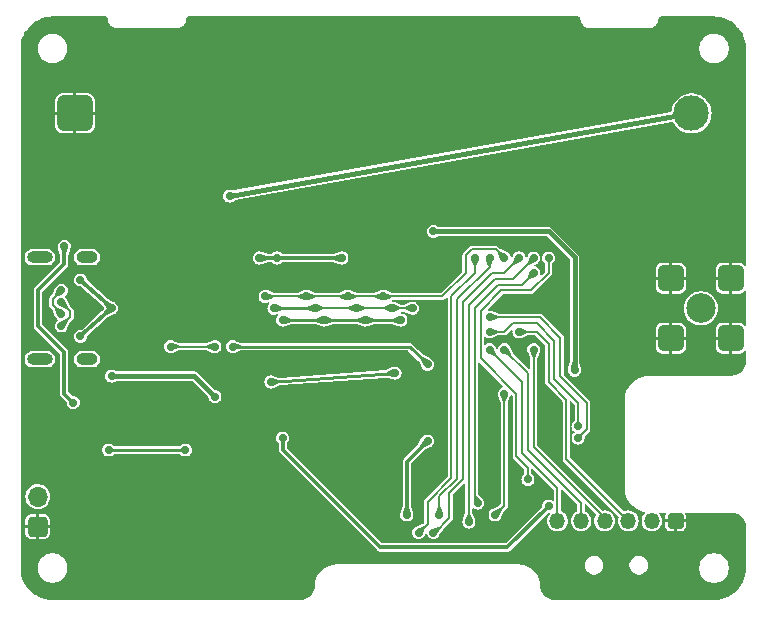
<source format=gbr>
%TF.GenerationSoftware,KiCad,Pcbnew,8.0.8+1*%
%TF.CreationDate,Date%
%TF.ProjectId,LoRa-V3-PCB,4c6f5261-2d56-4332-9d50-43422e6b6963,rev?*%
%TF.SameCoordinates,Original*%
%TF.FileFunction,Copper,L2,Bot*%
%TF.FilePolarity,Positive*%
%FSLAX46Y46*%
G04 Gerber Fmt 4.6, Leading zero omitted, Abs format (unit mm)*
G04 Created by KiCad*
%MOMM*%
%LPD*%
G01*
G04 APERTURE LIST*
G04 Aperture macros list*
%AMRoundRect*
0 Rectangle with rounded corners*
0 $1 Rounding radius*
0 $2 $3 $4 $5 $6 $7 $8 $9 X,Y pos of 4 corners*
0 Add a 4 corners polygon primitive as box body*
4,1,4,$2,$3,$4,$5,$6,$7,$8,$9,$2,$3,0*
0 Add four circle primitives for the rounded corners*
1,1,$1+$1,$2,$3*
1,1,$1+$1,$4,$5*
1,1,$1+$1,$6,$7*
1,1,$1+$1,$8,$9*
0 Add four rect primitives between the rounded corners*
20,1,$1+$1,$2,$3,$4,$5,0*
20,1,$1+$1,$4,$5,$6,$7,0*
20,1,$1+$1,$6,$7,$8,$9,0*
20,1,$1+$1,$8,$9,$2,$3,0*%
G04 Aperture macros list end*
%TA.AperFunction,HeatsinkPad*%
%ADD10RoundRect,0.240000X-0.560000X-0.560000X0.560000X-0.560000X0.560000X0.560000X-0.560000X0.560000X0*%
%TD*%
%TA.AperFunction,ComponentPad*%
%ADD11RoundRect,0.490196X-1.009804X-1.009804X1.009804X-1.009804X1.009804X1.009804X-1.009804X1.009804X0*%
%TD*%
%TA.AperFunction,ComponentPad*%
%ADD12C,3.000000*%
%TD*%
%TA.AperFunction,ComponentPad*%
%ADD13RoundRect,0.250000X-0.425000X0.425000X-0.425000X-0.425000X0.425000X-0.425000X0.425000X0.425000X0*%
%TD*%
%TA.AperFunction,ComponentPad*%
%ADD14O,1.350000X1.350000*%
%TD*%
%TA.AperFunction,ComponentPad*%
%ADD15C,2.500000*%
%TD*%
%TA.AperFunction,ComponentPad*%
%ADD16RoundRect,0.440000X0.660000X0.660000X-0.660000X0.660000X-0.660000X-0.660000X0.660000X-0.660000X0*%
%TD*%
%TA.AperFunction,ComponentPad*%
%ADD17RoundRect,0.340000X0.510000X0.510000X-0.510000X0.510000X-0.510000X-0.510000X0.510000X-0.510000X0*%
%TD*%
%TA.AperFunction,ComponentPad*%
%ADD18O,1.700000X1.700000*%
%TD*%
%TA.AperFunction,ComponentPad*%
%ADD19O,1.800000X1.000000*%
%TD*%
%TA.AperFunction,ComponentPad*%
%ADD20O,2.200000X1.000000*%
%TD*%
%TA.AperFunction,ViaPad*%
%ADD21C,0.700000*%
%TD*%
%TA.AperFunction,Conductor*%
%ADD22C,0.250000*%
%TD*%
%TA.AperFunction,Conductor*%
%ADD23C,0.200000*%
%TD*%
%TA.AperFunction,Conductor*%
%ADD24C,0.400000*%
%TD*%
%TA.AperFunction,Conductor*%
%ADD25C,0.300000*%
%TD*%
G04 APERTURE END LIST*
D10*
%TO.P,IC4,17,EP*%
%TO.N,GND*%
X125500000Y-115500000D03*
%TD*%
D11*
%TO.P,CONN2,1,-*%
%TO.N,GND*%
X118900000Y-80500000D03*
D12*
%TO.P,CONN2,2,+*%
%TO.N,VBAT*%
X171100000Y-80500000D03*
%TD*%
D13*
%TO.P,CONN8,1,Pin_1*%
%TO.N,GND*%
X169750000Y-115000000D03*
D14*
%TO.P,CONN8,2,Pin_2*%
%TO.N,+3.3V*%
X167750000Y-115000000D03*
%TO.P,CONN8,3,Pin_3*%
%TO.N,SWCLK*%
X165750000Y-115000000D03*
%TO.P,CONN8,4,Pin_4*%
%TO.N,SWDIO*%
X163750000Y-115000000D03*
%TO.P,CONN8,5,Pin_5*%
%TO.N,UART1-TX*%
X161750000Y-115000000D03*
%TO.P,CONN8,6,Pin_6*%
%TO.N,SWO*%
X159750000Y-115000000D03*
%TD*%
D15*
%TO.P,CONN5,1,In*%
%TO.N,RF*%
X171900000Y-97000000D03*
D16*
%TO.P,CONN5,2,Ext*%
%TO.N,GND*%
X174440000Y-99540000D03*
X174440000Y-94460000D03*
X169360000Y-99540000D03*
X169360000Y-94460000D03*
%TD*%
D17*
%TO.P,CONN4,1,-*%
%TO.N,GND*%
X115750000Y-115500000D03*
D18*
%TO.P,CONN4,2,+*%
%TO.N,Solar+*%
X115750000Y-112960000D03*
%TD*%
D19*
%TO.P,CONN1,S1,Shield*%
%TO.N,unconnected-(CONN1-Shield-PadS1)*%
X119930000Y-92680000D03*
%TO.P,CONN1,S2,Shield*%
%TO.N,unconnected-(CONN1-Shield-PadS2)*%
X119930000Y-101320000D03*
D20*
%TO.P,CONN1,S3,Shield*%
%TO.N,unconnected-(CONN1-Shield-PadS3)*%
X115930000Y-92680000D03*
%TO.P,CONN1,S4,Shield*%
%TO.N,unconnected-(CONN1-Shield-PadS4)*%
X115930000Y-101320000D03*
%TD*%
D21*
%TO.N,GND*%
X137000000Y-121000000D03*
X139500000Y-108000000D03*
X167380274Y-98674914D03*
X115000000Y-107000000D03*
X128250000Y-115500000D03*
X115000000Y-85000000D03*
X153750000Y-107000000D03*
X121000000Y-104750000D03*
X165750000Y-103000000D03*
X150000000Y-111000000D03*
X130300000Y-97525000D03*
X119000000Y-121000000D03*
X132250000Y-104250000D03*
X164369744Y-98575069D03*
X129000000Y-73000000D03*
X161000000Y-73000000D03*
X134500000Y-102250000D03*
X126000000Y-99500000D03*
X148750000Y-109750000D03*
X143500000Y-88750000D03*
X137000000Y-73000000D03*
X159000000Y-88500000D03*
X128750000Y-107750000D03*
X163266473Y-101344388D03*
X134000000Y-114000000D03*
X167067018Y-96258049D03*
X118750000Y-109000000D03*
X143000000Y-101250000D03*
X160500000Y-90000000D03*
X127000000Y-104750000D03*
X165862368Y-97082444D03*
X129200000Y-97525000D03*
X119000000Y-116500000D03*
X175000000Y-117000000D03*
X169000000Y-73000000D03*
X123500000Y-109750000D03*
X122000000Y-93800000D03*
X136000000Y-88750000D03*
X143250000Y-113850000D03*
X128000000Y-110500000D03*
X115000000Y-99750000D03*
X123250000Y-117750000D03*
X129000000Y-104750000D03*
X161500000Y-109500000D03*
X153000000Y-73000000D03*
X165887616Y-100167571D03*
X175000000Y-87000000D03*
X147000000Y-101250000D03*
X145250000Y-88500000D03*
X144000000Y-107000000D03*
X134500000Y-88750000D03*
X156250000Y-111250000D03*
X147000000Y-88750000D03*
X136250000Y-101250000D03*
X151500000Y-113250000D03*
X130300000Y-96475000D03*
X135500000Y-107000000D03*
X126000000Y-94500000D03*
X122000000Y-100200000D03*
X164682986Y-100991946D03*
X125500000Y-115500000D03*
X147000000Y-92750000D03*
X171000000Y-121000000D03*
X138500000Y-101250000D03*
X131250000Y-106000000D03*
X153750000Y-104500000D03*
X115000000Y-77000000D03*
X132000000Y-93500000D03*
X175000000Y-79000000D03*
X129000000Y-120500000D03*
X121000000Y-73000000D03*
X163000000Y-121000000D03*
X119000000Y-118000000D03*
X122000000Y-101500000D03*
X159000000Y-104250000D03*
X124250000Y-107000000D03*
X142000000Y-88750000D03*
X151000000Y-94000000D03*
X129200000Y-96475000D03*
X145000000Y-73000000D03*
X115000000Y-94250000D03*
X159250000Y-97750000D03*
X163175732Y-99148137D03*
%TO.N,I2C2-SDA*%
X161500000Y-107000000D03*
X143500000Y-98000000D03*
X140000000Y-98000000D03*
X146500000Y-98000000D03*
X136500000Y-98000000D03*
X154000000Y-99000000D03*
%TO.N,I2C2-SCL*%
X139250000Y-97000000D03*
X142750000Y-97000000D03*
X135750000Y-97000000D03*
X154000000Y-97750000D03*
X161500000Y-108000000D03*
X145750000Y-97000000D03*
X147500000Y-97000000D03*
%TO.N,SWDIO*%
X157750000Y-100500000D03*
%TO.N,SWCLK*%
X156500000Y-99000000D03*
%TO.N,SWO*%
X154000000Y-100500000D03*
%TO.N,CHG-OUT*%
X121750000Y-109000000D03*
X128250000Y-109000000D03*
%TO.N,+3.3V*%
X161200000Y-102250000D03*
X149250000Y-90500000D03*
%TO.N,+5V*%
X130750000Y-104500000D03*
X119350000Y-99375000D03*
X122000000Y-97000000D03*
X122000000Y-102750000D03*
X119350000Y-94600000D03*
%TO.N,VBUS*%
X132250000Y-100250000D03*
X148750000Y-101750000D03*
%TO.N,RST*%
X130750000Y-100250000D03*
X127000000Y-100250000D03*
%TO.N,UART1-TX*%
X155250000Y-100500000D03*
%TO.N,DISPLAY-BUSY*%
X157750000Y-94000000D03*
X153000000Y-113500000D03*
%TO.N,SPI2-SCK*%
X156500000Y-92750000D03*
X149250000Y-116000000D03*
%TO.N,DISPLAY-D{slash}C*%
X154000000Y-92750000D03*
X149750000Y-114500000D03*
%TO.N,SPI2-MOSI*%
X152750000Y-92750000D03*
X148000000Y-116000000D03*
%TO.N,VDD-Display-Charge*%
X157250000Y-111500000D03*
X159000000Y-92750000D03*
%TO.N,VDD-SENSORS-EEPROM*%
X136500000Y-108000000D03*
X141500000Y-92750000D03*
X159000000Y-113750000D03*
X134500000Y-92750000D03*
X136000000Y-92750000D03*
%TO.N,~{Enable-3.3V-Switched-1}*%
X135500000Y-103250000D03*
X146000000Y-102500000D03*
%TO.N,VDD-Display*%
X147000000Y-114500000D03*
X148750000Y-108250000D03*
%TO.N,~{MCU-RESET}*%
X118750000Y-105000000D03*
X118000000Y-91750000D03*
%TO.N,~{DISPLAY-RESET}*%
X152250000Y-115100000D03*
X157750000Y-92750000D03*
%TO.N,~{DISPLAY-CS}*%
X155250000Y-104250000D03*
X154470001Y-114500000D03*
%TO.N,~{WRITE-PROTECT}*%
X145000000Y-96000000D03*
X135000000Y-96000000D03*
X142000000Y-96000000D03*
X138500000Y-96000000D03*
X155250000Y-92750000D03*
%TO.N,D+CONN*%
X117750000Y-96500447D03*
X117750000Y-98500447D03*
%TO.N,D-CONN*%
X117750000Y-97500447D03*
X117750000Y-95500447D03*
%TO.N,VBAT*%
X132000000Y-87500000D03*
%TD*%
D22*
%TO.N,I2C2-SDA*%
X140000000Y-98000000D02*
X143500000Y-98000000D01*
D23*
X161500000Y-105000000D02*
X159500000Y-103000000D01*
D22*
X136500000Y-98000000D02*
X140000000Y-98000000D01*
D23*
X155250000Y-99000000D02*
X154000000Y-99000000D01*
X158000000Y-98250000D02*
X156000000Y-98250000D01*
X159500000Y-103000000D02*
X159500000Y-99750000D01*
X161500000Y-107000000D02*
X161500000Y-105000000D01*
D22*
X143500000Y-98000000D02*
X146500000Y-98000000D01*
D23*
X156000000Y-98250000D02*
X155250000Y-99000000D01*
X159500000Y-99750000D02*
X158000000Y-98250000D01*
%TO.N,I2C2-SCL*%
X160000000Y-99500000D02*
X158250000Y-97750000D01*
X158250000Y-97750000D02*
X154000000Y-97750000D01*
D22*
X135750000Y-97000000D02*
X139250000Y-97000000D01*
D23*
X160000000Y-102750000D02*
X160000000Y-99500000D01*
X161500000Y-108000000D02*
X162250000Y-107250000D01*
X147500000Y-97000000D02*
X145750000Y-97000000D01*
X162250000Y-107250000D02*
X162250000Y-105000000D01*
X142750000Y-97000000D02*
X139250000Y-97000000D01*
X162250000Y-105000000D02*
X160000000Y-102750000D01*
X145750000Y-97000000D02*
X142750000Y-97000000D01*
%TO.N,SWDIO*%
X163750000Y-114750000D02*
X163750000Y-115000000D01*
X157750000Y-100500000D02*
X157750000Y-108750000D01*
X157750000Y-108750000D02*
X163750000Y-114750000D01*
%TO.N,SWCLK*%
X158000000Y-99000000D02*
X159000000Y-100000000D01*
X156500000Y-99000000D02*
X158000000Y-99000000D01*
X160500000Y-109750000D02*
X165750000Y-115000000D01*
X159000000Y-103250000D02*
X160500000Y-104750000D01*
X160500000Y-104750000D02*
X160500000Y-109750000D01*
X159000000Y-100000000D02*
X159000000Y-103250000D01*
%TO.N,SWO*%
X159750000Y-112250000D02*
X159750000Y-115000000D01*
X154000000Y-100500000D02*
X156750000Y-103250000D01*
X156750000Y-109250000D02*
X159750000Y-112250000D01*
X156750000Y-103250000D02*
X156750000Y-109250000D01*
D22*
%TO.N,CHG-OUT*%
X121750000Y-109000000D02*
X128250000Y-109000000D01*
D24*
%TO.N,+3.3V*%
X159000000Y-90500000D02*
X161200000Y-92700000D01*
X149250000Y-90500000D02*
X159000000Y-90500000D01*
X161200000Y-92700000D02*
X161200000Y-102250000D01*
D25*
%TO.N,+5V*%
X119350000Y-99375000D02*
X122000000Y-97000000D01*
D24*
X122000000Y-102750000D02*
X129000000Y-102750000D01*
X129000000Y-102750000D02*
X130750000Y-104500000D01*
D25*
X122000000Y-97000000D02*
X119350000Y-94600000D01*
D22*
%TO.N,VBUS*%
X147250000Y-100250000D02*
X148750000Y-101750000D01*
X132250000Y-100250000D02*
X147250000Y-100250000D01*
D23*
%TO.N,RST*%
X127000000Y-100250000D02*
X130750000Y-100250000D01*
%TO.N,UART1-TX*%
X155250000Y-100500000D02*
X157250000Y-102500000D01*
X157250000Y-109000000D02*
X161750000Y-113500000D01*
X157250000Y-102500000D02*
X157250000Y-109000000D01*
X161750000Y-113500000D02*
X161750000Y-115000000D01*
%TO.N,DISPLAY-BUSY*%
X156750000Y-95000000D02*
X154750000Y-95000000D01*
X152750000Y-97000000D02*
X152750000Y-113250000D01*
X157750000Y-94000000D02*
X156750000Y-95000000D01*
X154750000Y-95000000D02*
X152750000Y-97000000D01*
X152750000Y-113250000D02*
X153000000Y-113500000D01*
%TO.N,SPI2-SCK*%
X150600000Y-114750000D02*
X150600000Y-112650000D01*
X154250000Y-94000000D02*
X155250000Y-94000000D01*
X151750000Y-111500000D02*
X151750000Y-96500000D01*
X155250000Y-94000000D02*
X156500000Y-92750000D01*
X151750000Y-96500000D02*
X154250000Y-94000000D01*
X149250000Y-116000000D02*
X149350000Y-116000000D01*
X150600000Y-112650000D02*
X151750000Y-111500000D01*
X149350000Y-116000000D02*
X150600000Y-114750000D01*
%TO.N,DISPLAY-D{slash}C*%
X151250000Y-96250000D02*
X154000000Y-93500000D01*
X151250000Y-111434314D02*
X151250000Y-96250000D01*
X149750000Y-112934314D02*
X151250000Y-111434314D01*
X149750000Y-114500000D02*
X149750000Y-112934314D01*
X154000000Y-93500000D02*
X154000000Y-92750000D01*
%TO.N,SPI2-MOSI*%
X150750000Y-96000000D02*
X152750000Y-94000000D01*
X152750000Y-94000000D02*
X152750000Y-92750000D01*
X150750000Y-111368628D02*
X150750000Y-96000000D01*
X148000000Y-116000000D02*
X148750000Y-115250000D01*
X148750000Y-113368628D02*
X150750000Y-111368628D01*
X148750000Y-115250000D02*
X148750000Y-113368628D01*
%TO.N,VDD-Display-Charge*%
X155000000Y-95500000D02*
X157500000Y-95500000D01*
X157250000Y-110500000D02*
X156250000Y-109500000D01*
X153250000Y-97250000D02*
X155000000Y-95500000D01*
X156250000Y-109500000D02*
X156250000Y-104250000D01*
X159000000Y-94000000D02*
X159000000Y-92750000D01*
X157500000Y-95500000D02*
X159000000Y-94000000D01*
X156250000Y-104250000D02*
X153250000Y-101250000D01*
X153250000Y-101250000D02*
X153250000Y-97250000D01*
X157250000Y-111500000D02*
X157250000Y-110500000D01*
D25*
%TO.N,VDD-SENSORS-EEPROM*%
X155500000Y-117250000D02*
X159000000Y-113750000D01*
X134500000Y-92750000D02*
X141500000Y-92750000D01*
X136500000Y-108000000D02*
X136500000Y-109000000D01*
X144750000Y-117250000D02*
X155500000Y-117250000D01*
X136500000Y-109000000D02*
X144750000Y-117250000D01*
D22*
%TO.N,~{Enable-3.3V-Switched-1}*%
X146000000Y-102500000D02*
X135500000Y-103250000D01*
D25*
%TO.N,VDD-Display*%
X147000000Y-110000000D02*
X147000000Y-114500000D01*
X148750000Y-108250000D02*
X147000000Y-110000000D01*
%TO.N,~{MCU-RESET}*%
X115750000Y-95500000D02*
X118000000Y-93250000D01*
X118000000Y-93250000D02*
X118000000Y-91750000D01*
X118000000Y-100750000D02*
X115750000Y-98500000D01*
X118750000Y-105000000D02*
X118000000Y-104250000D01*
X118000000Y-104250000D02*
X118000000Y-100750000D01*
X115750000Y-98500000D02*
X115750000Y-95500000D01*
D23*
%TO.N,~{DISPLAY-RESET}*%
X156000000Y-94500000D02*
X157750000Y-92750000D01*
X152250000Y-96750000D02*
X154500000Y-94500000D01*
X154500000Y-94500000D02*
X156000000Y-94500000D01*
X152250000Y-115100000D02*
X152250000Y-96750000D01*
%TO.N,~{DISPLAY-CS}*%
X154470001Y-114500000D02*
X155250000Y-113720001D01*
X155250000Y-113720001D02*
X155250000Y-104250000D01*
%TO.N,~{WRITE-PROTECT}*%
X152000000Y-94000000D02*
X150000000Y-96000000D01*
X155250000Y-92750000D02*
X154525000Y-92025000D01*
X145000000Y-96000000D02*
X142000000Y-96000000D01*
X154525000Y-92025000D02*
X152485050Y-92025000D01*
X142000000Y-96000000D02*
X138500000Y-96000000D01*
X152000000Y-92510050D02*
X152000000Y-94000000D01*
X152485050Y-92025000D02*
X152000000Y-92510050D01*
X138500000Y-96000000D02*
X135000000Y-96000000D01*
X150000000Y-96000000D02*
X145000000Y-96000000D01*
%TO.N,D+CONN*%
X118500000Y-97250447D02*
X118500000Y-97750447D01*
X117750000Y-96500447D02*
X118500000Y-97250447D01*
X118500000Y-97750447D02*
X117750000Y-98500447D01*
%TO.N,D-CONN*%
X117000000Y-96750447D02*
X117750000Y-97500447D01*
X117000000Y-96250447D02*
X117000000Y-96750447D01*
X117750000Y-95500447D02*
X117000000Y-96250447D01*
D24*
%TO.N,VBAT*%
X132000000Y-87500000D02*
X171100000Y-80500000D01*
X171100000Y-80500000D02*
X170995000Y-80500000D01*
%TD*%
%TA.AperFunction,Conductor*%
%TO.N,GND*%
G36*
X121505751Y-72301411D02*
G01*
X121517444Y-72303262D01*
X121550074Y-72308430D01*
X121572090Y-72315584D01*
X121606821Y-72333280D01*
X121625549Y-72346887D01*
X121653112Y-72374450D01*
X121666720Y-72393180D01*
X121684414Y-72427906D01*
X121691569Y-72449926D01*
X121698589Y-72494248D01*
X121699500Y-72505824D01*
X121699500Y-72578842D01*
X121709661Y-72629925D01*
X121730261Y-72733491D01*
X121730264Y-72733501D01*
X121790603Y-72879174D01*
X121790605Y-72879177D01*
X121790606Y-72879179D01*
X121878211Y-73010289D01*
X121989711Y-73121789D01*
X122120821Y-73209394D01*
X122120826Y-73209396D01*
X122120825Y-73209396D01*
X122266498Y-73269735D01*
X122266503Y-73269737D01*
X122421158Y-73300500D01*
X122421160Y-73300500D01*
X127578840Y-73300500D01*
X127578842Y-73300500D01*
X127733497Y-73269737D01*
X127879179Y-73209394D01*
X128010289Y-73121789D01*
X128121789Y-73010289D01*
X128209394Y-72879179D01*
X128269737Y-72733497D01*
X128300500Y-72578842D01*
X128300500Y-72505824D01*
X128301411Y-72494249D01*
X128308104Y-72451987D01*
X128308431Y-72449923D01*
X128315583Y-72427911D01*
X128333282Y-72393175D01*
X128346884Y-72374453D01*
X128374453Y-72346884D01*
X128393175Y-72333282D01*
X128427911Y-72315583D01*
X128449923Y-72308431D01*
X128485055Y-72302866D01*
X128494249Y-72301411D01*
X128505824Y-72300500D01*
X128547595Y-72300500D01*
X161452405Y-72300500D01*
X161494176Y-72300500D01*
X161505751Y-72301411D01*
X161517444Y-72303262D01*
X161550074Y-72308430D01*
X161572090Y-72315584D01*
X161606821Y-72333280D01*
X161625549Y-72346887D01*
X161653112Y-72374450D01*
X161666720Y-72393180D01*
X161684414Y-72427906D01*
X161691569Y-72449926D01*
X161698589Y-72494248D01*
X161699500Y-72505824D01*
X161699500Y-72578842D01*
X161709661Y-72629925D01*
X161730261Y-72733491D01*
X161730264Y-72733501D01*
X161790603Y-72879174D01*
X161790605Y-72879177D01*
X161790606Y-72879179D01*
X161878211Y-73010289D01*
X161989711Y-73121789D01*
X162120821Y-73209394D01*
X162120826Y-73209396D01*
X162120825Y-73209396D01*
X162266498Y-73269735D01*
X162266503Y-73269737D01*
X162421158Y-73300500D01*
X162421160Y-73300500D01*
X167578840Y-73300500D01*
X167578842Y-73300500D01*
X167733497Y-73269737D01*
X167879179Y-73209394D01*
X168010289Y-73121789D01*
X168121789Y-73010289D01*
X168209394Y-72879179D01*
X168269737Y-72733497D01*
X168300500Y-72578842D01*
X168300500Y-72505824D01*
X168301411Y-72494249D01*
X168308104Y-72451987D01*
X168308431Y-72449923D01*
X168315583Y-72427911D01*
X168333282Y-72393175D01*
X168346884Y-72374453D01*
X168374453Y-72346884D01*
X168393175Y-72333282D01*
X168427911Y-72315583D01*
X168449923Y-72308431D01*
X168485055Y-72302866D01*
X168494249Y-72301411D01*
X168505824Y-72300500D01*
X168547595Y-72300500D01*
X172952405Y-72300500D01*
X172997917Y-72300500D01*
X173002065Y-72300615D01*
X173298112Y-72317241D01*
X173306346Y-72318170D01*
X173596603Y-72367486D01*
X173604671Y-72369327D01*
X173887605Y-72450839D01*
X173895418Y-72453573D01*
X174021562Y-72505824D01*
X174167428Y-72566244D01*
X174174904Y-72569844D01*
X174432594Y-72712263D01*
X174439608Y-72716671D01*
X174668634Y-72879174D01*
X174679716Y-72887037D01*
X174686203Y-72892209D01*
X174905741Y-73088400D01*
X174911599Y-73094258D01*
X175068417Y-73269738D01*
X175107789Y-73313795D01*
X175112962Y-73320283D01*
X175283324Y-73560385D01*
X175287740Y-73567412D01*
X175430155Y-73825095D01*
X175433755Y-73832571D01*
X175546422Y-74104571D01*
X175549163Y-74112404D01*
X175630669Y-74395317D01*
X175632515Y-74403408D01*
X175681828Y-74693647D01*
X175682758Y-74701893D01*
X175699384Y-74997934D01*
X175699500Y-75002083D01*
X175699500Y-93315751D01*
X175677826Y-93368077D01*
X175625500Y-93389751D01*
X175573174Y-93368077D01*
X175495377Y-93290280D01*
X175356196Y-93207968D01*
X175200914Y-93162855D01*
X175200917Y-93162855D01*
X175164636Y-93160000D01*
X174565000Y-93160000D01*
X174565000Y-93872328D01*
X174518991Y-93860000D01*
X174361009Y-93860000D01*
X174315000Y-93872328D01*
X174315000Y-93160000D01*
X173715364Y-93160000D01*
X173679083Y-93162855D01*
X173523803Y-93207968D01*
X173384622Y-93290280D01*
X173270280Y-93404622D01*
X173187968Y-93543803D01*
X173142855Y-93699083D01*
X173140000Y-93735363D01*
X173140000Y-94335000D01*
X173852328Y-94335000D01*
X173840000Y-94381009D01*
X173840000Y-94538991D01*
X173852328Y-94585000D01*
X173140001Y-94585000D01*
X173140001Y-95184635D01*
X173142855Y-95220916D01*
X173187968Y-95376196D01*
X173270280Y-95515377D01*
X173384622Y-95629719D01*
X173523803Y-95712031D01*
X173679085Y-95757144D01*
X173679082Y-95757144D01*
X173715363Y-95759999D01*
X174315000Y-95759999D01*
X174315000Y-95047671D01*
X174361009Y-95060000D01*
X174518991Y-95060000D01*
X174565000Y-95047671D01*
X174565000Y-95759999D01*
X175164636Y-95759999D01*
X175200916Y-95757144D01*
X175356196Y-95712031D01*
X175495377Y-95629719D01*
X175573174Y-95551923D01*
X175625500Y-95530249D01*
X175677826Y-95551923D01*
X175699500Y-95604249D01*
X175699500Y-98395751D01*
X175677826Y-98448077D01*
X175625500Y-98469751D01*
X175573174Y-98448077D01*
X175495377Y-98370280D01*
X175356196Y-98287968D01*
X175200914Y-98242855D01*
X175200917Y-98242855D01*
X175164636Y-98240000D01*
X174565000Y-98240000D01*
X174565000Y-98952328D01*
X174518991Y-98940000D01*
X174361009Y-98940000D01*
X174315000Y-98952328D01*
X174315000Y-98240000D01*
X173715364Y-98240000D01*
X173679083Y-98242855D01*
X173523803Y-98287968D01*
X173384622Y-98370280D01*
X173270280Y-98484622D01*
X173187968Y-98623803D01*
X173142855Y-98779083D01*
X173140000Y-98815363D01*
X173140000Y-99415000D01*
X173852328Y-99415000D01*
X173840000Y-99461009D01*
X173840000Y-99618991D01*
X173852328Y-99665000D01*
X173140001Y-99665000D01*
X173140001Y-100264635D01*
X173142855Y-100300916D01*
X173187968Y-100456196D01*
X173270280Y-100595377D01*
X173384622Y-100709719D01*
X173523803Y-100792031D01*
X173679085Y-100837144D01*
X173679082Y-100837144D01*
X173715363Y-100839999D01*
X174315000Y-100839999D01*
X174315000Y-100127671D01*
X174361009Y-100140000D01*
X174518991Y-100140000D01*
X174565000Y-100127671D01*
X174565000Y-100839999D01*
X175164636Y-100839999D01*
X175200916Y-100837144D01*
X175356196Y-100792031D01*
X175495377Y-100709719D01*
X175573174Y-100631923D01*
X175625500Y-100610249D01*
X175677826Y-100631923D01*
X175699500Y-100684249D01*
X175699500Y-101497090D01*
X175699272Y-101502896D01*
X175685188Y-101681840D01*
X175683371Y-101693309D01*
X175642152Y-101865000D01*
X175638564Y-101876044D01*
X175570989Y-102039183D01*
X175565717Y-102049529D01*
X175473459Y-102200081D01*
X175466634Y-102209475D01*
X175351957Y-102343746D01*
X175343746Y-102351957D01*
X175209475Y-102466634D01*
X175200081Y-102473459D01*
X175049529Y-102565717D01*
X175039183Y-102570989D01*
X174876044Y-102638564D01*
X174865000Y-102642152D01*
X174693309Y-102683371D01*
X174681840Y-102685188D01*
X174502897Y-102699272D01*
X174497091Y-102699500D01*
X167597595Y-102699500D01*
X167550000Y-102699500D01*
X167412326Y-102699500D01*
X167348810Y-102707862D01*
X167139335Y-102735439D01*
X166873368Y-102806704D01*
X166618982Y-102912075D01*
X166618979Y-102912076D01*
X166380524Y-103049748D01*
X166380518Y-103049752D01*
X166162077Y-103217366D01*
X165967366Y-103412077D01*
X165799752Y-103630518D01*
X165799748Y-103630524D01*
X165662076Y-103868979D01*
X165662075Y-103868982D01*
X165556704Y-104123368D01*
X165485439Y-104389335D01*
X165456734Y-104607379D01*
X165449500Y-104662326D01*
X165449500Y-104760438D01*
X165449500Y-112152405D01*
X165449500Y-112200000D01*
X165449500Y-112337674D01*
X165458248Y-112404123D01*
X165485439Y-112610664D01*
X165556704Y-112876631D01*
X165662075Y-113131017D01*
X165662076Y-113131020D01*
X165799748Y-113369475D01*
X165799752Y-113369481D01*
X165967366Y-113587922D01*
X166162077Y-113782633D01*
X166380518Y-113950247D01*
X166380524Y-113950251D01*
X166499838Y-114019137D01*
X166618979Y-114087923D01*
X166873368Y-114193295D01*
X167013567Y-114230861D01*
X167099031Y-114253761D01*
X167143965Y-114288240D01*
X167151358Y-114344392D01*
X167134872Y-114374756D01*
X167037805Y-114482558D01*
X167037802Y-114482563D01*
X166945784Y-114641942D01*
X166888916Y-114816965D01*
X166888915Y-114816969D01*
X166888915Y-114816971D01*
X166869678Y-115000000D01*
X166885905Y-115154394D01*
X166888916Y-115183034D01*
X166945784Y-115358057D01*
X167037802Y-115517436D01*
X167037805Y-115517441D01*
X167160952Y-115654209D01*
X167309832Y-115762377D01*
X167309839Y-115762381D01*
X167477966Y-115837236D01*
X167657981Y-115875500D01*
X167657982Y-115875500D01*
X167842018Y-115875500D01*
X167842019Y-115875500D01*
X168022034Y-115837236D01*
X168190161Y-115762381D01*
X168211618Y-115746792D01*
X168339047Y-115654209D01*
X168339046Y-115654209D01*
X168339050Y-115654207D01*
X168462195Y-115517440D01*
X168554214Y-115358059D01*
X168567179Y-115318159D01*
X168611083Y-115183034D01*
X168611085Y-115183029D01*
X168630322Y-115000000D01*
X168611085Y-114816971D01*
X168598300Y-114777623D01*
X168554215Y-114641942D01*
X168462197Y-114482563D01*
X168462194Y-114482558D01*
X168409482Y-114424016D01*
X168390576Y-114370627D01*
X168414959Y-114319507D01*
X168464475Y-114300500D01*
X168840004Y-114300500D01*
X168892330Y-114322174D01*
X168914004Y-114374500D01*
X168909852Y-114398940D01*
X168877851Y-114490392D01*
X168877851Y-114490393D01*
X168875000Y-114520801D01*
X168875000Y-114875000D01*
X169369383Y-114875000D01*
X169350000Y-114947339D01*
X169350000Y-115052661D01*
X169369383Y-115125000D01*
X168875001Y-115125000D01*
X168875001Y-115479205D01*
X168877850Y-115509602D01*
X168877852Y-115509611D01*
X168922652Y-115637643D01*
X169003207Y-115746791D01*
X169003208Y-115746792D01*
X169112356Y-115827347D01*
X169112355Y-115827347D01*
X169240385Y-115872146D01*
X169240393Y-115872148D01*
X169270802Y-115874999D01*
X169625000Y-115874999D01*
X169625000Y-115380617D01*
X169697339Y-115400000D01*
X169802661Y-115400000D01*
X169875000Y-115380617D01*
X169875000Y-115874999D01*
X170229194Y-115874999D01*
X170229205Y-115874998D01*
X170259602Y-115872149D01*
X170259611Y-115872147D01*
X170387643Y-115827347D01*
X170496791Y-115746792D01*
X170496792Y-115746791D01*
X170577347Y-115637643D01*
X170622146Y-115509614D01*
X170622148Y-115509606D01*
X170624999Y-115479198D01*
X170625000Y-115479197D01*
X170625000Y-115125000D01*
X170130617Y-115125000D01*
X170150000Y-115052661D01*
X170150000Y-114947339D01*
X170130617Y-114875000D01*
X170624999Y-114875000D01*
X170624999Y-114520806D01*
X170624998Y-114520794D01*
X170622149Y-114490397D01*
X170622149Y-114490395D01*
X170590148Y-114398940D01*
X170593324Y-114342392D01*
X170635556Y-114304652D01*
X170659996Y-114300500D01*
X174452405Y-114300500D01*
X174497091Y-114300500D01*
X174502896Y-114300727D01*
X174681843Y-114314811D01*
X174693305Y-114316627D01*
X174865008Y-114357849D01*
X174876036Y-114361432D01*
X174966588Y-114398940D01*
X175039183Y-114429010D01*
X175049529Y-114434282D01*
X175190715Y-114520801D01*
X175200081Y-114526540D01*
X175209475Y-114533365D01*
X175338672Y-114643709D01*
X175343746Y-114648042D01*
X175351957Y-114656253D01*
X175466634Y-114790524D01*
X175473459Y-114799918D01*
X175565717Y-114950470D01*
X175570989Y-114960816D01*
X175638564Y-115123955D01*
X175642152Y-115134999D01*
X175683371Y-115306690D01*
X175685188Y-115318159D01*
X175699272Y-115497103D01*
X175699500Y-115502909D01*
X175699500Y-118997916D01*
X175699384Y-119002065D01*
X175682758Y-119298106D01*
X175681828Y-119306352D01*
X175632515Y-119596591D01*
X175630669Y-119604682D01*
X175549163Y-119887595D01*
X175546422Y-119895428D01*
X175433755Y-120167428D01*
X175430155Y-120174904D01*
X175287740Y-120432587D01*
X175283324Y-120439614D01*
X175112962Y-120679716D01*
X175107789Y-120686204D01*
X174911604Y-120905736D01*
X174905736Y-120911604D01*
X174686204Y-121107789D01*
X174679716Y-121112962D01*
X174439614Y-121283324D01*
X174432587Y-121287740D01*
X174174904Y-121430155D01*
X174167428Y-121433755D01*
X173895428Y-121546422D01*
X173887595Y-121549163D01*
X173604682Y-121630669D01*
X173596591Y-121632515D01*
X173306352Y-121681828D01*
X173298106Y-121682758D01*
X173002066Y-121699384D01*
X172997917Y-121699500D01*
X159502909Y-121699500D01*
X159497103Y-121699272D01*
X159318159Y-121685188D01*
X159306690Y-121683371D01*
X159134999Y-121642152D01*
X159123955Y-121638564D01*
X158960816Y-121570989D01*
X158950470Y-121565717D01*
X158799918Y-121473459D01*
X158790524Y-121466634D01*
X158656253Y-121351957D01*
X158648042Y-121343746D01*
X158642287Y-121337008D01*
X158533365Y-121209475D01*
X158526540Y-121200081D01*
X158434282Y-121049529D01*
X158429010Y-121039183D01*
X158373734Y-120905736D01*
X158361432Y-120876036D01*
X158357849Y-120865008D01*
X158316627Y-120693305D01*
X158314811Y-120681840D01*
X158300728Y-120502896D01*
X158300500Y-120497090D01*
X158300500Y-120381990D01*
X158269694Y-120147992D01*
X158269693Y-120147990D01*
X158269693Y-120147986D01*
X158208606Y-119920007D01*
X158118284Y-119701951D01*
X158000273Y-119497550D01*
X157970996Y-119459396D01*
X157856591Y-119310300D01*
X157689699Y-119143408D01*
X157502452Y-118999728D01*
X157502446Y-118999724D01*
X157298048Y-118881715D01*
X157298045Y-118881714D01*
X157079991Y-118791393D01*
X156905879Y-118744740D01*
X156852014Y-118730307D01*
X156852012Y-118730306D01*
X156852006Y-118730305D01*
X156852007Y-118730305D01*
X156663929Y-118705545D01*
X156618011Y-118699500D01*
X156539562Y-118699500D01*
X141047595Y-118699500D01*
X141000000Y-118699500D01*
X140881989Y-118699500D01*
X140840173Y-118705005D01*
X140647992Y-118730305D01*
X140420008Y-118791393D01*
X140201954Y-118881714D01*
X140201951Y-118881715D01*
X139997553Y-118999724D01*
X139997547Y-118999728D01*
X139810300Y-119143408D01*
X139643408Y-119310300D01*
X139499728Y-119497547D01*
X139499724Y-119497553D01*
X139381715Y-119701951D01*
X139381714Y-119701954D01*
X139291393Y-119920008D01*
X139230305Y-120147992D01*
X139199500Y-120381990D01*
X139199500Y-120497090D01*
X139199272Y-120502896D01*
X139185188Y-120681840D01*
X139183371Y-120693309D01*
X139142152Y-120865000D01*
X139138564Y-120876044D01*
X139070989Y-121039183D01*
X139065717Y-121049529D01*
X138973459Y-121200081D01*
X138966634Y-121209475D01*
X138851957Y-121343746D01*
X138843746Y-121351957D01*
X138709475Y-121466634D01*
X138700081Y-121473459D01*
X138549529Y-121565717D01*
X138539183Y-121570989D01*
X138376044Y-121638564D01*
X138365000Y-121642152D01*
X138193309Y-121683371D01*
X138181840Y-121685188D01*
X138002897Y-121699272D01*
X137997091Y-121699500D01*
X117002083Y-121699500D01*
X116997934Y-121699384D01*
X116701893Y-121682758D01*
X116693647Y-121681828D01*
X116403408Y-121632515D01*
X116395317Y-121630669D01*
X116112404Y-121549163D01*
X116104571Y-121546422D01*
X115832571Y-121433755D01*
X115825095Y-121430155D01*
X115567412Y-121287740D01*
X115560385Y-121283324D01*
X115320283Y-121112962D01*
X115313795Y-121107789D01*
X115237025Y-121039183D01*
X115094258Y-120911599D01*
X115088400Y-120905741D01*
X114892209Y-120686203D01*
X114887037Y-120679716D01*
X114759842Y-120500452D01*
X114716671Y-120439608D01*
X114712263Y-120432594D01*
X114569844Y-120174904D01*
X114566244Y-120167428D01*
X114525691Y-120069524D01*
X114453573Y-119895418D01*
X114450839Y-119887605D01*
X114369327Y-119604671D01*
X114367486Y-119596603D01*
X114318170Y-119306346D01*
X114317241Y-119298106D01*
X114316944Y-119292826D01*
X114300616Y-119002065D01*
X114300500Y-118997916D01*
X114300500Y-118901582D01*
X115749500Y-118901582D01*
X115749500Y-119098417D01*
X115780290Y-119292823D01*
X115780293Y-119292836D01*
X115841113Y-119480019D01*
X115928651Y-119651825D01*
X115930476Y-119655405D01*
X116046172Y-119814646D01*
X116185354Y-119953828D01*
X116344595Y-120069524D01*
X116519975Y-120158884D01*
X116519977Y-120158884D01*
X116519980Y-120158886D01*
X116707163Y-120219706D01*
X116707169Y-120219707D01*
X116707174Y-120219709D01*
X116836780Y-120240236D01*
X116901582Y-120250500D01*
X116901583Y-120250500D01*
X117098418Y-120250500D01*
X117147019Y-120242802D01*
X117292826Y-120219709D01*
X117292833Y-120219706D01*
X117292836Y-120219706D01*
X117480019Y-120158886D01*
X117480019Y-120158885D01*
X117480025Y-120158884D01*
X117655405Y-120069524D01*
X117814646Y-119953828D01*
X117953828Y-119814646D01*
X118069524Y-119655405D01*
X118158884Y-119480025D01*
X118165587Y-119459396D01*
X118219706Y-119292836D01*
X118219706Y-119292833D01*
X118219709Y-119292826D01*
X118250500Y-119098417D01*
X118250500Y-118901583D01*
X118247353Y-118881716D01*
X118223373Y-118730307D01*
X118219709Y-118707174D01*
X118219707Y-118707169D01*
X118219706Y-118707163D01*
X118208007Y-118671159D01*
X162049500Y-118671159D01*
X162049500Y-118828840D01*
X162080261Y-118983491D01*
X162080264Y-118983501D01*
X162140603Y-119129174D01*
X162140605Y-119129177D01*
X162140606Y-119129179D01*
X162228211Y-119260289D01*
X162339711Y-119371789D01*
X162470821Y-119459394D01*
X162470826Y-119459396D01*
X162470825Y-119459396D01*
X162616498Y-119519735D01*
X162616503Y-119519737D01*
X162771158Y-119550500D01*
X162771160Y-119550500D01*
X162928840Y-119550500D01*
X162928842Y-119550500D01*
X163083497Y-119519737D01*
X163229179Y-119459394D01*
X163360289Y-119371789D01*
X163471789Y-119260289D01*
X163559394Y-119129179D01*
X163619737Y-118983497D01*
X163650500Y-118828842D01*
X163650500Y-118671159D01*
X165849500Y-118671159D01*
X165849500Y-118828840D01*
X165880261Y-118983491D01*
X165880264Y-118983501D01*
X165940603Y-119129174D01*
X165940605Y-119129177D01*
X165940606Y-119129179D01*
X166028211Y-119260289D01*
X166139711Y-119371789D01*
X166270821Y-119459394D01*
X166270826Y-119459396D01*
X166270825Y-119459396D01*
X166416498Y-119519735D01*
X166416503Y-119519737D01*
X166571158Y-119550500D01*
X166571160Y-119550500D01*
X166728840Y-119550500D01*
X166728842Y-119550500D01*
X166883497Y-119519737D01*
X167029179Y-119459394D01*
X167160289Y-119371789D01*
X167271789Y-119260289D01*
X167359394Y-119129179D01*
X167419737Y-118983497D01*
X167436031Y-118901582D01*
X171749500Y-118901582D01*
X171749500Y-119098417D01*
X171780290Y-119292823D01*
X171780293Y-119292836D01*
X171841113Y-119480019D01*
X171928651Y-119651825D01*
X171930476Y-119655405D01*
X172046172Y-119814646D01*
X172185354Y-119953828D01*
X172344595Y-120069524D01*
X172519975Y-120158884D01*
X172519977Y-120158884D01*
X172519980Y-120158886D01*
X172707163Y-120219706D01*
X172707169Y-120219707D01*
X172707174Y-120219709D01*
X172836780Y-120240236D01*
X172901582Y-120250500D01*
X172901583Y-120250500D01*
X173098418Y-120250500D01*
X173147019Y-120242802D01*
X173292826Y-120219709D01*
X173292833Y-120219706D01*
X173292836Y-120219706D01*
X173480019Y-120158886D01*
X173480019Y-120158885D01*
X173480025Y-120158884D01*
X173655405Y-120069524D01*
X173814646Y-119953828D01*
X173953828Y-119814646D01*
X174069524Y-119655405D01*
X174158884Y-119480025D01*
X174165587Y-119459396D01*
X174219706Y-119292836D01*
X174219706Y-119292833D01*
X174219709Y-119292826D01*
X174250500Y-119098417D01*
X174250500Y-118901583D01*
X174247353Y-118881716D01*
X174223373Y-118730307D01*
X174219709Y-118707174D01*
X174219707Y-118707169D01*
X174219706Y-118707163D01*
X174158886Y-118519980D01*
X174158884Y-118519977D01*
X174158884Y-118519975D01*
X174069524Y-118344595D01*
X173953828Y-118185354D01*
X173814646Y-118046172D01*
X173814643Y-118046169D01*
X173814641Y-118046168D01*
X173655404Y-117930475D01*
X173480019Y-117841113D01*
X173292836Y-117780293D01*
X173292823Y-117780290D01*
X173098418Y-117749500D01*
X173098417Y-117749500D01*
X172901583Y-117749500D01*
X172901582Y-117749500D01*
X172707176Y-117780290D01*
X172707163Y-117780293D01*
X172519980Y-117841113D01*
X172344595Y-117930475D01*
X172185358Y-118046168D01*
X172046168Y-118185358D01*
X171930475Y-118344595D01*
X171841113Y-118519980D01*
X171780293Y-118707163D01*
X171780290Y-118707176D01*
X171749500Y-118901582D01*
X167436031Y-118901582D01*
X167450500Y-118828842D01*
X167450500Y-118671158D01*
X167419737Y-118516503D01*
X167359394Y-118370821D01*
X167271789Y-118239711D01*
X167160289Y-118128211D01*
X167029179Y-118040606D01*
X167029175Y-118040604D01*
X167029173Y-118040603D01*
X167029174Y-118040603D01*
X166883501Y-117980264D01*
X166883491Y-117980261D01*
X166779925Y-117959661D01*
X166728842Y-117949500D01*
X166571158Y-117949500D01*
X166527315Y-117958220D01*
X166416508Y-117980261D01*
X166416498Y-117980264D01*
X166270825Y-118040603D01*
X166139711Y-118128210D01*
X166139710Y-118128212D01*
X166028212Y-118239710D01*
X166028210Y-118239711D01*
X165940603Y-118370825D01*
X165880264Y-118516498D01*
X165880261Y-118516508D01*
X165849500Y-118671159D01*
X163650500Y-118671159D01*
X163650500Y-118671158D01*
X163619737Y-118516503D01*
X163559394Y-118370821D01*
X163471789Y-118239711D01*
X163360289Y-118128211D01*
X163229179Y-118040606D01*
X163229175Y-118040604D01*
X163229173Y-118040603D01*
X163229174Y-118040603D01*
X163083501Y-117980264D01*
X163083491Y-117980261D01*
X162979925Y-117959661D01*
X162928842Y-117949500D01*
X162771158Y-117949500D01*
X162727315Y-117958220D01*
X162616508Y-117980261D01*
X162616498Y-117980264D01*
X162470825Y-118040603D01*
X162339711Y-118128210D01*
X162339710Y-118128212D01*
X162228212Y-118239710D01*
X162228210Y-118239711D01*
X162140603Y-118370825D01*
X162080264Y-118516498D01*
X162080261Y-118516508D01*
X162049500Y-118671159D01*
X118208007Y-118671159D01*
X118158886Y-118519980D01*
X118158884Y-118519977D01*
X118158884Y-118519975D01*
X118069524Y-118344595D01*
X117953828Y-118185354D01*
X117814646Y-118046172D01*
X117814643Y-118046169D01*
X117814641Y-118046168D01*
X117655404Y-117930475D01*
X117480019Y-117841113D01*
X117292836Y-117780293D01*
X117292823Y-117780290D01*
X117098418Y-117749500D01*
X117098417Y-117749500D01*
X116901583Y-117749500D01*
X116901582Y-117749500D01*
X116707176Y-117780290D01*
X116707163Y-117780293D01*
X116519980Y-117841113D01*
X116344595Y-117930475D01*
X116185358Y-118046168D01*
X116046168Y-118185358D01*
X115930475Y-118344595D01*
X115841113Y-118519980D01*
X115780293Y-118707163D01*
X115780290Y-118707176D01*
X115749500Y-118901582D01*
X114300500Y-118901582D01*
X114300500Y-114947721D01*
X114700000Y-114947721D01*
X114700000Y-115375000D01*
X115265856Y-115375000D01*
X115250000Y-115434174D01*
X115250000Y-115565826D01*
X115265856Y-115625000D01*
X114700001Y-115625000D01*
X114700001Y-116052279D01*
X114710419Y-116139048D01*
X114710420Y-116139052D01*
X114764877Y-116277147D01*
X114854571Y-116395427D01*
X114854572Y-116395428D01*
X114972852Y-116485122D01*
X115110944Y-116539578D01*
X115197721Y-116549999D01*
X115625000Y-116549999D01*
X115625000Y-115984144D01*
X115684174Y-116000000D01*
X115815826Y-116000000D01*
X115875000Y-115984144D01*
X115875000Y-116549999D01*
X116302278Y-116549999D01*
X116302279Y-116549998D01*
X116389048Y-116539580D01*
X116389052Y-116539579D01*
X116527147Y-116485122D01*
X116645427Y-116395428D01*
X116645428Y-116395427D01*
X116735122Y-116277147D01*
X116789578Y-116139055D01*
X116800000Y-116052278D01*
X116800000Y-115625000D01*
X116234144Y-115625000D01*
X116250000Y-115565826D01*
X116250000Y-115434174D01*
X116234144Y-115375000D01*
X116799999Y-115375000D01*
X116799999Y-114947722D01*
X116799998Y-114947720D01*
X116789580Y-114860951D01*
X116789579Y-114860947D01*
X116735122Y-114722852D01*
X116645428Y-114604572D01*
X116645427Y-114604571D01*
X116527147Y-114514877D01*
X116389055Y-114460421D01*
X116302278Y-114450000D01*
X115875000Y-114450000D01*
X115875000Y-115015855D01*
X115815826Y-115000000D01*
X115684174Y-115000000D01*
X115625000Y-115015855D01*
X115625000Y-114450000D01*
X115197721Y-114450000D01*
X115197719Y-114450001D01*
X115110951Y-114460419D01*
X115110947Y-114460420D01*
X114972852Y-114514877D01*
X114854572Y-114604571D01*
X114854571Y-114604572D01*
X114764877Y-114722852D01*
X114710421Y-114860944D01*
X114700000Y-114947721D01*
X114300500Y-114947721D01*
X114300500Y-112960000D01*
X114694417Y-112960000D01*
X114714700Y-113165935D01*
X114723441Y-113194750D01*
X114772443Y-113356291D01*
X114774769Y-113363956D01*
X114872315Y-113546450D01*
X114918557Y-113602797D01*
X115003590Y-113706410D01*
X115163550Y-113837685D01*
X115346046Y-113935232D01*
X115544066Y-113995300D01*
X115750000Y-114015583D01*
X115955934Y-113995300D01*
X116153954Y-113935232D01*
X116336450Y-113837685D01*
X116496410Y-113706410D01*
X116627685Y-113546450D01*
X116725232Y-113363954D01*
X116785300Y-113165934D01*
X116805583Y-112960000D01*
X116785300Y-112754066D01*
X116725232Y-112556046D01*
X116627685Y-112373550D01*
X116496410Y-112213590D01*
X116479850Y-112200000D01*
X116336450Y-112082315D01*
X116153956Y-111984769D01*
X116153955Y-111984768D01*
X116153954Y-111984768D01*
X116042158Y-111950855D01*
X115955935Y-111924700D01*
X115750000Y-111904417D01*
X115544064Y-111924700D01*
X115346043Y-111984769D01*
X115163549Y-112082315D01*
X115003590Y-112213589D01*
X115003589Y-112213590D01*
X114872315Y-112373549D01*
X114774769Y-112556043D01*
X114714700Y-112754064D01*
X114694417Y-112960000D01*
X114300500Y-112960000D01*
X114300500Y-109000000D01*
X121194750Y-109000000D01*
X121213669Y-109143708D01*
X121243287Y-109215212D01*
X121269139Y-109277625D01*
X121357379Y-109392621D01*
X121472375Y-109480861D01*
X121606291Y-109536330D01*
X121750000Y-109555250D01*
X121893709Y-109536330D01*
X122027625Y-109480861D01*
X122142621Y-109392621D01*
X122171910Y-109354449D01*
X122220958Y-109326133D01*
X122230617Y-109325500D01*
X127769383Y-109325500D01*
X127821709Y-109347174D01*
X127828082Y-109354441D01*
X127857379Y-109392621D01*
X127972375Y-109480861D01*
X128106291Y-109536330D01*
X128250000Y-109555250D01*
X128393709Y-109536330D01*
X128527625Y-109480861D01*
X128642621Y-109392621D01*
X128730861Y-109277625D01*
X128786330Y-109143709D01*
X128805250Y-109000000D01*
X128786330Y-108856291D01*
X128730861Y-108722375D01*
X128642621Y-108607379D01*
X128527625Y-108519139D01*
X128527623Y-108519138D01*
X128393708Y-108463669D01*
X128250000Y-108444750D01*
X128106291Y-108463669D01*
X127972376Y-108519138D01*
X127925316Y-108555249D01*
X127857379Y-108607379D01*
X127828089Y-108645550D01*
X127779042Y-108673867D01*
X127769383Y-108674500D01*
X122230617Y-108674500D01*
X122178291Y-108652826D01*
X122171917Y-108645558D01*
X122142621Y-108607379D01*
X122027625Y-108519139D01*
X122027623Y-108519138D01*
X121893708Y-108463669D01*
X121750000Y-108444750D01*
X121606291Y-108463669D01*
X121472376Y-108519138D01*
X121357379Y-108607379D01*
X121269138Y-108722376D01*
X121213669Y-108856291D01*
X121194750Y-109000000D01*
X114300500Y-109000000D01*
X114300500Y-101251008D01*
X114629500Y-101251008D01*
X114629500Y-101388991D01*
X114656418Y-101524322D01*
X114656421Y-101524332D01*
X114709223Y-101651808D01*
X114709224Y-101651810D01*
X114709225Y-101651811D01*
X114785886Y-101766542D01*
X114883458Y-101864114D01*
X114998189Y-101940775D01*
X114998190Y-101940775D01*
X114998191Y-101940776D01*
X115124349Y-101993032D01*
X115125672Y-101993580D01*
X115261007Y-102020500D01*
X115261009Y-102020500D01*
X116598991Y-102020500D01*
X116598993Y-102020500D01*
X116734328Y-101993580D01*
X116861811Y-101940775D01*
X116976542Y-101864114D01*
X117074114Y-101766542D01*
X117150775Y-101651811D01*
X117203580Y-101524328D01*
X117230500Y-101388993D01*
X117230500Y-101251007D01*
X117203580Y-101115672D01*
X117195281Y-101095636D01*
X117150776Y-100988191D01*
X117145878Y-100980861D01*
X117074114Y-100873458D01*
X116976542Y-100775886D01*
X116968047Y-100770210D01*
X116861808Y-100699223D01*
X116734332Y-100646421D01*
X116734322Y-100646418D01*
X116643694Y-100628391D01*
X116598993Y-100619500D01*
X115261007Y-100619500D01*
X115222642Y-100627131D01*
X115125677Y-100646418D01*
X115125667Y-100646421D01*
X114998191Y-100699223D01*
X114883461Y-100775883D01*
X114785883Y-100873461D01*
X114709223Y-100988191D01*
X114656421Y-101115667D01*
X114656418Y-101115677D01*
X114629500Y-101251008D01*
X114300500Y-101251008D01*
X114300500Y-95453853D01*
X115399500Y-95453853D01*
X115399500Y-98546146D01*
X115420830Y-98625747D01*
X115420831Y-98625752D01*
X115423384Y-98635283D01*
X115423385Y-98635285D01*
X115423386Y-98635288D01*
X115450069Y-98681504D01*
X115469530Y-98715212D01*
X117627826Y-100873508D01*
X117649500Y-100925834D01*
X117649500Y-104296143D01*
X117672557Y-104382195D01*
X117672556Y-104382195D01*
X117673382Y-104385278D01*
X117673386Y-104385288D01*
X117719530Y-104465212D01*
X118175875Y-104921557D01*
X118197549Y-104973883D01*
X118196916Y-104983539D01*
X118194750Y-104999996D01*
X118194750Y-104999999D01*
X118213669Y-105143708D01*
X118269138Y-105277623D01*
X118269139Y-105277625D01*
X118357379Y-105392621D01*
X118472375Y-105480861D01*
X118606291Y-105536330D01*
X118750000Y-105555250D01*
X118893709Y-105536330D01*
X119027625Y-105480861D01*
X119142621Y-105392621D01*
X119230861Y-105277625D01*
X119286330Y-105143709D01*
X119305250Y-105000000D01*
X119286330Y-104856291D01*
X119230861Y-104722375D01*
X119142621Y-104607379D01*
X119027625Y-104519139D01*
X118969512Y-104495068D01*
X118893708Y-104463669D01*
X118759654Y-104446021D01*
X118750000Y-104444750D01*
X118749999Y-104444750D01*
X118749996Y-104444750D01*
X118733539Y-104446916D01*
X118678832Y-104432255D01*
X118671557Y-104425875D01*
X118372174Y-104126492D01*
X118350500Y-104074166D01*
X118350500Y-102750000D01*
X121444750Y-102750000D01*
X121463669Y-102893708D01*
X121517982Y-103024832D01*
X121519139Y-103027625D01*
X121607379Y-103142621D01*
X121722375Y-103230861D01*
X121856291Y-103286330D01*
X122000000Y-103305250D01*
X122143709Y-103286330D01*
X122277625Y-103230861D01*
X122362425Y-103165791D01*
X122407472Y-103150500D01*
X128803455Y-103150500D01*
X128855781Y-103172174D01*
X130178676Y-104495068D01*
X130199717Y-104537734D01*
X130213669Y-104643708D01*
X130246254Y-104722375D01*
X130269139Y-104777625D01*
X130357379Y-104892621D01*
X130472375Y-104980861D01*
X130606291Y-105036330D01*
X130750000Y-105055250D01*
X130893709Y-105036330D01*
X131027625Y-104980861D01*
X131142621Y-104892621D01*
X131230861Y-104777625D01*
X131286330Y-104643709D01*
X131305250Y-104500000D01*
X131286330Y-104356291D01*
X131230861Y-104222375D01*
X131142621Y-104107379D01*
X131027625Y-104019139D01*
X131027623Y-104019138D01*
X130893708Y-103963669D01*
X130787734Y-103949717D01*
X130745068Y-103928676D01*
X130066392Y-103250000D01*
X134944750Y-103250000D01*
X134963669Y-103393708D01*
X134971276Y-103412072D01*
X135019139Y-103527625D01*
X135107379Y-103642621D01*
X135222375Y-103730861D01*
X135356291Y-103786330D01*
X135500000Y-103805250D01*
X135643709Y-103786330D01*
X135694695Y-103765210D01*
X135707219Y-103761283D01*
X135726995Y-103756966D01*
X136255031Y-103526644D01*
X136279343Y-103520661D01*
X145267486Y-102878651D01*
X145292070Y-102881028D01*
X145404227Y-102911356D01*
X145802506Y-103019054D01*
X145802512Y-103019054D01*
X145802517Y-103019056D01*
X145807644Y-103019573D01*
X145828531Y-103024831D01*
X145856291Y-103036330D01*
X146000000Y-103055250D01*
X146143709Y-103036330D01*
X146277625Y-102980861D01*
X146392621Y-102892621D01*
X146480861Y-102777625D01*
X146536330Y-102643709D01*
X146555250Y-102500000D01*
X146536330Y-102356291D01*
X146480861Y-102222375D01*
X146392621Y-102107379D01*
X146277625Y-102019139D01*
X146215922Y-101993581D01*
X146143708Y-101963669D01*
X146000000Y-101944750D01*
X145856290Y-101963670D01*
X145805305Y-101984786D01*
X145792776Y-101988715D01*
X145773008Y-101993031D01*
X145244962Y-102223354D01*
X145220649Y-102229337D01*
X136232519Y-102871347D01*
X136207931Y-102868970D01*
X135697477Y-102730942D01*
X135692345Y-102730424D01*
X135671465Y-102725167D01*
X135643709Y-102713670D01*
X135643706Y-102713669D01*
X135643707Y-102713669D01*
X135500000Y-102694750D01*
X135356291Y-102713669D01*
X135222376Y-102769138D01*
X135107379Y-102857379D01*
X135019138Y-102972376D01*
X134963669Y-103106291D01*
X134944750Y-103250000D01*
X130066392Y-103250000D01*
X130024998Y-103208606D01*
X129245913Y-102429520D01*
X129245910Y-102429518D01*
X129245909Y-102429517D01*
X129154592Y-102376795D01*
X129154588Y-102376793D01*
X129082132Y-102357379D01*
X129052727Y-102349500D01*
X129052726Y-102349500D01*
X122407472Y-102349500D01*
X122362425Y-102334208D01*
X122277625Y-102269139D01*
X122231419Y-102250000D01*
X122143708Y-102213669D01*
X122000000Y-102194750D01*
X121856291Y-102213669D01*
X121722376Y-102269138D01*
X121607379Y-102357379D01*
X121519138Y-102472376D01*
X121463669Y-102606291D01*
X121444750Y-102750000D01*
X118350500Y-102750000D01*
X118350500Y-101251008D01*
X118829500Y-101251008D01*
X118829500Y-101388991D01*
X118856418Y-101524322D01*
X118856421Y-101524332D01*
X118909223Y-101651808D01*
X118909224Y-101651810D01*
X118909225Y-101651811D01*
X118985886Y-101766542D01*
X119083458Y-101864114D01*
X119198189Y-101940775D01*
X119198190Y-101940775D01*
X119198191Y-101940776D01*
X119324349Y-101993032D01*
X119325672Y-101993580D01*
X119461007Y-102020500D01*
X119461009Y-102020500D01*
X120398991Y-102020500D01*
X120398993Y-102020500D01*
X120534328Y-101993580D01*
X120661811Y-101940775D01*
X120776542Y-101864114D01*
X120874114Y-101766542D01*
X120950775Y-101651811D01*
X121003580Y-101524328D01*
X121030500Y-101388993D01*
X121030500Y-101251007D01*
X121003580Y-101115672D01*
X120995281Y-101095636D01*
X120950776Y-100988191D01*
X120945878Y-100980861D01*
X120874114Y-100873458D01*
X120776542Y-100775886D01*
X120768047Y-100770210D01*
X120661808Y-100699223D01*
X120534332Y-100646421D01*
X120534322Y-100646418D01*
X120443694Y-100628391D01*
X120398993Y-100619500D01*
X119461007Y-100619500D01*
X119422642Y-100627131D01*
X119325677Y-100646418D01*
X119325667Y-100646421D01*
X119198191Y-100699223D01*
X119083461Y-100775883D01*
X118985883Y-100873461D01*
X118909223Y-100988191D01*
X118856421Y-101115667D01*
X118856418Y-101115677D01*
X118829500Y-101251008D01*
X118350500Y-101251008D01*
X118350500Y-100703854D01*
X118350499Y-100703853D01*
X118349258Y-100699223D01*
X118334384Y-100643709D01*
X118326615Y-100614715D01*
X118326613Y-100614710D01*
X118303975Y-100575500D01*
X118280469Y-100534787D01*
X117995682Y-100250000D01*
X126444750Y-100250000D01*
X126463669Y-100393708D01*
X126519138Y-100527623D01*
X126519139Y-100527625D01*
X126607379Y-100642621D01*
X126722375Y-100730861D01*
X126856291Y-100786330D01*
X127000000Y-100805250D01*
X127143709Y-100786330D01*
X127188715Y-100767687D01*
X127203818Y-100763245D01*
X127220039Y-100760303D01*
X127738658Y-100555664D01*
X127765819Y-100550500D01*
X129984181Y-100550500D01*
X130011341Y-100555664D01*
X130529960Y-100760303D01*
X130546900Y-100763461D01*
X130561652Y-100767839D01*
X130606291Y-100786330D01*
X130750000Y-100805250D01*
X130893709Y-100786330D01*
X131027625Y-100730861D01*
X131142621Y-100642621D01*
X131230861Y-100527625D01*
X131286330Y-100393709D01*
X131305250Y-100250000D01*
X131694750Y-100250000D01*
X131713669Y-100393708D01*
X131769138Y-100527623D01*
X131769139Y-100527625D01*
X131857379Y-100642621D01*
X131972375Y-100730861D01*
X132106291Y-100786330D01*
X132250000Y-100805250D01*
X132393709Y-100786330D01*
X132432629Y-100770208D01*
X132450567Y-100765308D01*
X132462314Y-100763645D01*
X132987349Y-100579663D01*
X133011821Y-100575500D01*
X147084521Y-100575500D01*
X147136847Y-100597174D01*
X147981147Y-101441474D01*
X147995507Y-101461722D01*
X148178247Y-101841620D01*
X148236669Y-101963074D01*
X148244735Y-101974133D01*
X148253314Y-101989420D01*
X148265624Y-102019139D01*
X148269139Y-102027625D01*
X148357379Y-102142621D01*
X148472375Y-102230861D01*
X148606291Y-102286330D01*
X148750000Y-102305250D01*
X148893709Y-102286330D01*
X149027625Y-102230861D01*
X149142621Y-102142621D01*
X149230861Y-102027625D01*
X149286330Y-101893709D01*
X149305250Y-101750000D01*
X149286330Y-101606291D01*
X149230861Y-101472375D01*
X149142621Y-101357379D01*
X149027625Y-101269139D01*
X148988707Y-101253019D01*
X148972558Y-101243801D01*
X148963072Y-101236668D01*
X148963068Y-101236666D01*
X148963065Y-101236664D01*
X148461725Y-100995509D01*
X148441476Y-100981149D01*
X147960327Y-100500000D01*
X147449862Y-99989535D01*
X147449859Y-99989533D01*
X147449858Y-99989532D01*
X147375643Y-99946684D01*
X147375641Y-99946683D01*
X147375640Y-99946682D01*
X147375639Y-99946682D01*
X147292853Y-99924500D01*
X147292851Y-99924500D01*
X133011822Y-99924500D01*
X132987350Y-99920336D01*
X132462319Y-99736355D01*
X132462311Y-99736353D01*
X132448781Y-99734235D01*
X132431913Y-99729494D01*
X132393711Y-99713671D01*
X132393709Y-99713670D01*
X132393708Y-99713669D01*
X132393706Y-99713669D01*
X132250000Y-99694750D01*
X132106291Y-99713669D01*
X131972376Y-99769138D01*
X131857379Y-99857379D01*
X131769138Y-99972376D01*
X131713669Y-100106291D01*
X131694750Y-100250000D01*
X131305250Y-100250000D01*
X131286330Y-100106291D01*
X131230861Y-99972375D01*
X131142621Y-99857379D01*
X131027625Y-99769139D01*
X131027623Y-99769138D01*
X130893708Y-99713669D01*
X130750000Y-99694750D01*
X130606293Y-99713669D01*
X130606286Y-99713671D01*
X130561288Y-99732308D01*
X130546189Y-99736750D01*
X130529970Y-99739693D01*
X130529957Y-99739697D01*
X130011339Y-99944335D01*
X129984178Y-99949500D01*
X127765820Y-99949500D01*
X127738659Y-99944335D01*
X127220042Y-99739697D01*
X127220030Y-99739694D01*
X127203089Y-99736534D01*
X127188342Y-99732157D01*
X127143711Y-99713671D01*
X127143709Y-99713670D01*
X127143708Y-99713669D01*
X127143706Y-99713669D01*
X127000000Y-99694750D01*
X126856291Y-99713669D01*
X126722376Y-99769138D01*
X126607379Y-99857379D01*
X126519138Y-99972376D01*
X126463669Y-100106291D01*
X126444750Y-100250000D01*
X117995682Y-100250000D01*
X116122174Y-98376492D01*
X116100500Y-98324166D01*
X116100500Y-96210882D01*
X116699500Y-96210882D01*
X116699500Y-96790011D01*
X116719977Y-96866432D01*
X116719979Y-96866437D01*
X116753932Y-96925244D01*
X116753932Y-96925247D01*
X116759539Y-96934957D01*
X116995995Y-97171413D01*
X117011549Y-97194271D01*
X117032568Y-97242688D01*
X117233569Y-97705695D01*
X117233570Y-97705697D01*
X117233571Y-97705698D01*
X117243318Y-97719914D01*
X117250648Y-97733432D01*
X117269139Y-97778072D01*
X117357379Y-97893068D01*
X117411967Y-97934955D01*
X117420808Y-97941739D01*
X117449126Y-97990789D01*
X117434467Y-98045496D01*
X117420808Y-98059155D01*
X117357379Y-98107826D01*
X117269138Y-98222823D01*
X117213669Y-98356738D01*
X117194750Y-98500447D01*
X117213669Y-98644155D01*
X117246069Y-98722375D01*
X117269139Y-98778072D01*
X117357379Y-98893068D01*
X117472375Y-98981308D01*
X117606291Y-99036777D01*
X117750000Y-99055697D01*
X117893709Y-99036777D01*
X118027625Y-98981308D01*
X118142621Y-98893068D01*
X118230861Y-98778072D01*
X118249502Y-98733066D01*
X118257039Y-98719247D01*
X118266431Y-98705694D01*
X118488449Y-98194269D01*
X118503998Y-98171418D01*
X118740460Y-97934958D01*
X118764645Y-97893068D01*
X118780021Y-97866436D01*
X118800499Y-97790011D01*
X118800500Y-97790011D01*
X118800500Y-97210883D01*
X118800499Y-97210882D01*
X118796176Y-97194750D01*
X118780021Y-97134458D01*
X118740460Y-97065936D01*
X118684511Y-97009987D01*
X118504002Y-96829478D01*
X118488448Y-96806620D01*
X118481237Y-96790009D01*
X118266431Y-96295199D01*
X118256680Y-96280977D01*
X118249346Y-96267450D01*
X118238224Y-96240599D01*
X118230861Y-96222822D01*
X118142621Y-96107826D01*
X118079190Y-96059153D01*
X118050873Y-96010106D01*
X118065532Y-95955398D01*
X118079187Y-95941742D01*
X118142621Y-95893068D01*
X118230861Y-95778072D01*
X118286330Y-95644156D01*
X118305250Y-95500447D01*
X118286330Y-95356738D01*
X118230861Y-95222822D01*
X118142621Y-95107826D01*
X118027625Y-95019586D01*
X118027623Y-95019585D01*
X117893708Y-94964116D01*
X117750000Y-94945197D01*
X117606291Y-94964116D01*
X117472376Y-95019585D01*
X117357379Y-95107826D01*
X117269139Y-95222820D01*
X117250499Y-95267821D01*
X117242958Y-95281646D01*
X117233571Y-95295193D01*
X117040272Y-95740459D01*
X117037632Y-95746541D01*
X117014208Y-95800499D01*
X117011551Y-95806619D01*
X116995997Y-95829477D01*
X116815489Y-96009987D01*
X116759540Y-96065935D01*
X116719979Y-96134456D01*
X116719977Y-96134461D01*
X116699500Y-96210882D01*
X116100500Y-96210882D01*
X116100500Y-95675834D01*
X116122174Y-95623508D01*
X117145682Y-94600000D01*
X118794750Y-94600000D01*
X118813669Y-94743708D01*
X118848753Y-94828408D01*
X118869139Y-94877625D01*
X118957379Y-94992621D01*
X119072375Y-95080861D01*
X119206291Y-95136330D01*
X119350000Y-95155250D01*
X119395454Y-95149265D01*
X119450161Y-95163923D01*
X119454789Y-95167783D01*
X121205106Y-96752975D01*
X121218910Y-96769792D01*
X121333002Y-96960220D01*
X121341302Y-97016245D01*
X121332790Y-97036635D01*
X121223509Y-97216762D01*
X121223505Y-97216769D01*
X121217921Y-97225971D01*
X121204046Y-97242688D01*
X119457617Y-98807884D01*
X119404185Y-98826666D01*
X119398571Y-98826144D01*
X119350000Y-98819750D01*
X119206291Y-98838669D01*
X119072376Y-98894138D01*
X118957379Y-98982379D01*
X118869138Y-99097376D01*
X118813669Y-99231291D01*
X118794750Y-99375000D01*
X118813669Y-99518708D01*
X118869138Y-99652623D01*
X118869139Y-99652625D01*
X118957379Y-99767621D01*
X119072375Y-99855861D01*
X119206291Y-99911330D01*
X119350000Y-99930250D01*
X119493709Y-99911330D01*
X119627625Y-99855861D01*
X119742621Y-99767621D01*
X119830861Y-99652625D01*
X119886330Y-99518709D01*
X119905250Y-99375000D01*
X119905249Y-99374996D01*
X119905698Y-99371589D01*
X119929675Y-99326143D01*
X121671517Y-97765059D01*
X121690059Y-97752903D01*
X122209355Y-97514849D01*
X122221990Y-97505898D01*
X122236437Y-97497920D01*
X122277625Y-97480861D01*
X122392621Y-97392621D01*
X122480861Y-97277625D01*
X122536330Y-97143709D01*
X122555250Y-97000000D01*
X122536330Y-96856291D01*
X122480861Y-96722375D01*
X122392621Y-96607379D01*
X122277625Y-96519139D01*
X122267343Y-96514880D01*
X122236698Y-96502186D01*
X122221323Y-96493542D01*
X122215455Y-96489249D01*
X122210454Y-96485590D01*
X122210452Y-96485589D01*
X122210449Y-96485587D01*
X122138495Y-96452126D01*
X122138492Y-96452124D01*
X122138492Y-96452125D01*
X121693795Y-96245325D01*
X121675324Y-96233075D01*
X121566434Y-96134458D01*
X121417970Y-96000000D01*
X134444750Y-96000000D01*
X134463669Y-96143708D01*
X134519138Y-96277623D01*
X134519139Y-96277625D01*
X134607379Y-96392621D01*
X134722375Y-96480861D01*
X134856291Y-96536330D01*
X135000000Y-96555250D01*
X135143709Y-96536330D01*
X135188715Y-96517687D01*
X135203818Y-96513245D01*
X135220039Y-96510303D01*
X135275816Y-96488294D01*
X135332444Y-96489249D01*
X135371812Y-96529967D01*
X135370857Y-96586596D01*
X135359678Y-96603030D01*
X135360332Y-96603532D01*
X135357381Y-96607377D01*
X135357379Y-96607379D01*
X135309070Y-96670336D01*
X135269138Y-96722376D01*
X135213669Y-96856291D01*
X135194750Y-97000000D01*
X135213669Y-97143708D01*
X135253429Y-97239697D01*
X135269139Y-97277625D01*
X135357379Y-97392621D01*
X135472375Y-97480861D01*
X135606291Y-97536330D01*
X135750000Y-97555250D01*
X135893709Y-97536330D01*
X135932629Y-97520208D01*
X135950567Y-97515308D01*
X135962314Y-97513645D01*
X136007201Y-97497916D01*
X136024760Y-97491763D01*
X136081309Y-97494913D01*
X136119068Y-97537127D01*
X136115918Y-97593676D01*
X136107940Y-97606647D01*
X136019140Y-97722372D01*
X136019138Y-97722376D01*
X135963669Y-97856291D01*
X135944750Y-98000000D01*
X135963669Y-98143708D01*
X136013768Y-98264659D01*
X136019139Y-98277625D01*
X136107379Y-98392621D01*
X136222375Y-98480861D01*
X136356291Y-98536330D01*
X136500000Y-98555250D01*
X136643709Y-98536330D01*
X136682629Y-98520208D01*
X136700567Y-98515308D01*
X136712314Y-98513645D01*
X137237349Y-98329663D01*
X137261821Y-98325500D01*
X139238179Y-98325500D01*
X139262650Y-98329663D01*
X139787685Y-98513645D01*
X139801211Y-98515761D01*
X139818079Y-98520502D01*
X139856291Y-98536330D01*
X140000000Y-98555250D01*
X140143709Y-98536330D01*
X140182629Y-98520208D01*
X140200567Y-98515308D01*
X140212314Y-98513645D01*
X140737349Y-98329663D01*
X140761821Y-98325500D01*
X142738179Y-98325500D01*
X142762650Y-98329663D01*
X143287685Y-98513645D01*
X143301211Y-98515761D01*
X143318079Y-98520502D01*
X143356291Y-98536330D01*
X143500000Y-98555250D01*
X143643709Y-98536330D01*
X143682629Y-98520208D01*
X143700567Y-98515308D01*
X143712314Y-98513645D01*
X144237349Y-98329663D01*
X144261821Y-98325500D01*
X145738179Y-98325500D01*
X145762650Y-98329663D01*
X146287685Y-98513645D01*
X146301211Y-98515761D01*
X146318079Y-98520502D01*
X146356291Y-98536330D01*
X146500000Y-98555250D01*
X146643709Y-98536330D01*
X146777625Y-98480861D01*
X146892621Y-98392621D01*
X146980861Y-98277625D01*
X147036330Y-98143709D01*
X147055250Y-98000000D01*
X147036330Y-97856291D01*
X146980861Y-97722375D01*
X146892621Y-97607379D01*
X146777625Y-97519139D01*
X146774489Y-97517840D01*
X146643708Y-97463669D01*
X146532541Y-97449034D01*
X146523674Y-97447866D01*
X146474626Y-97419548D01*
X146459967Y-97364841D01*
X146488286Y-97315792D01*
X146533334Y-97300500D01*
X146734181Y-97300500D01*
X146761341Y-97305664D01*
X147279960Y-97510303D01*
X147296900Y-97513461D01*
X147311652Y-97517839D01*
X147356291Y-97536330D01*
X147500000Y-97555250D01*
X147643709Y-97536330D01*
X147777625Y-97480861D01*
X147892621Y-97392621D01*
X147980861Y-97277625D01*
X148036330Y-97143709D01*
X148055250Y-97000000D01*
X148036330Y-96856291D01*
X147980861Y-96722375D01*
X147892621Y-96607379D01*
X147777625Y-96519139D01*
X147767343Y-96514880D01*
X147643708Y-96463669D01*
X147532541Y-96449034D01*
X147523674Y-96447866D01*
X147501862Y-96435273D01*
X147476325Y-96447866D01*
X147466010Y-96449224D01*
X147356293Y-96463669D01*
X147356286Y-96463671D01*
X147311288Y-96482308D01*
X147296189Y-96486750D01*
X147279970Y-96489693D01*
X147279957Y-96489697D01*
X146761339Y-96694335D01*
X146734178Y-96699500D01*
X146515820Y-96699500D01*
X146488659Y-96694335D01*
X145970042Y-96489697D01*
X145970030Y-96489694D01*
X145953089Y-96486534D01*
X145938342Y-96482157D01*
X145893711Y-96463671D01*
X145893709Y-96463670D01*
X145893708Y-96463669D01*
X145893706Y-96463669D01*
X145786003Y-96449490D01*
X145773674Y-96447866D01*
X145724626Y-96419548D01*
X145709967Y-96364841D01*
X145738286Y-96315792D01*
X145783334Y-96300500D01*
X147466666Y-96300500D01*
X147496693Y-96312937D01*
X147533334Y-96300500D01*
X150039564Y-96300500D01*
X150039564Y-96300499D01*
X150115989Y-96280021D01*
X150184511Y-96240460D01*
X150240460Y-96184511D01*
X150323174Y-96101797D01*
X150375500Y-96080123D01*
X150427826Y-96101797D01*
X150449500Y-96154123D01*
X150449500Y-111213505D01*
X150427826Y-111265831D01*
X148509540Y-113184116D01*
X148469979Y-113252637D01*
X148469977Y-113252642D01*
X148449500Y-113329063D01*
X148449500Y-115094876D01*
X148427826Y-115147202D01*
X148329032Y-115245995D01*
X148306174Y-115261548D01*
X147794749Y-115483570D01*
X147780531Y-115493318D01*
X147767009Y-115500649D01*
X147722377Y-115519137D01*
X147722375Y-115519138D01*
X147607379Y-115607379D01*
X147519138Y-115722376D01*
X147463669Y-115856291D01*
X147444750Y-116000000D01*
X147463669Y-116143708D01*
X147507145Y-116248668D01*
X147519139Y-116277625D01*
X147607379Y-116392621D01*
X147722375Y-116480861D01*
X147856291Y-116536330D01*
X148000000Y-116555250D01*
X148143709Y-116536330D01*
X148277625Y-116480861D01*
X148392621Y-116392621D01*
X148480861Y-116277625D01*
X148499502Y-116232619D01*
X148507039Y-116218800D01*
X148516431Y-116205247D01*
X148567612Y-116087349D01*
X148608329Y-116047984D01*
X148664959Y-116048939D01*
X148704326Y-116089657D01*
X148708858Y-116107160D01*
X148713669Y-116143708D01*
X148757145Y-116248668D01*
X148769139Y-116277625D01*
X148857379Y-116392621D01*
X148972375Y-116480861D01*
X149106291Y-116536330D01*
X149250000Y-116555250D01*
X149393709Y-116536330D01*
X149527625Y-116480861D01*
X149642621Y-116392621D01*
X149730861Y-116277625D01*
X149742857Y-116248662D01*
X149755197Y-116228640D01*
X149757228Y-116226288D01*
X150025072Y-115753681D01*
X150037119Y-115737850D01*
X150840460Y-114934511D01*
X150871954Y-114879961D01*
X150880021Y-114865989D01*
X150900499Y-114789564D01*
X150900500Y-114789564D01*
X150900500Y-112805123D01*
X150922174Y-112752797D01*
X151823174Y-111851797D01*
X151875500Y-111830123D01*
X151927826Y-111851797D01*
X151949500Y-111904123D01*
X151949500Y-114334179D01*
X151944335Y-114361340D01*
X151739698Y-114879955D01*
X151739696Y-114879959D01*
X151739696Y-114879960D01*
X151739696Y-114879961D01*
X151736671Y-114896182D01*
X151736536Y-114896904D01*
X151732158Y-114911652D01*
X151713670Y-114956289D01*
X151694750Y-115100000D01*
X151713669Y-115243708D01*
X151764319Y-115365989D01*
X151769139Y-115377625D01*
X151857379Y-115492621D01*
X151972375Y-115580861D01*
X152106291Y-115636330D01*
X152250000Y-115655250D01*
X152393709Y-115636330D01*
X152527625Y-115580861D01*
X152642621Y-115492621D01*
X152730861Y-115377625D01*
X152786330Y-115243709D01*
X152805250Y-115100000D01*
X152786330Y-114956291D01*
X152767689Y-114911287D01*
X152763246Y-114896182D01*
X152762600Y-114892620D01*
X152760303Y-114879960D01*
X152599388Y-114472149D01*
X152555665Y-114361340D01*
X152550500Y-114334179D01*
X152550500Y-113999033D01*
X152572174Y-113946707D01*
X152624500Y-113925033D01*
X152669546Y-113940324D01*
X152722375Y-113980861D01*
X152856291Y-114036330D01*
X153000000Y-114055250D01*
X153143709Y-114036330D01*
X153277625Y-113980861D01*
X153392621Y-113892621D01*
X153480861Y-113777625D01*
X153536330Y-113643709D01*
X153555250Y-113500000D01*
X153536330Y-113356291D01*
X153480861Y-113222375D01*
X153392621Y-113107379D01*
X153392619Y-113107377D01*
X153392618Y-113107376D01*
X153392616Y-113107374D01*
X153387027Y-113103086D01*
X153376329Y-113092382D01*
X153376185Y-113092517D01*
X153373698Y-113089859D01*
X153075679Y-112828223D01*
X153050656Y-112777414D01*
X153050500Y-112772613D01*
X153050500Y-101654123D01*
X153072174Y-101601797D01*
X153124500Y-101580123D01*
X153176826Y-101601797D01*
X155161371Y-103586342D01*
X155183045Y-103638668D01*
X155161371Y-103690994D01*
X155118707Y-103712035D01*
X155106290Y-103713670D01*
X154972376Y-103769138D01*
X154857379Y-103857379D01*
X154769138Y-103972376D01*
X154713669Y-104106291D01*
X154694750Y-104250000D01*
X154713669Y-104393708D01*
X154732307Y-104438704D01*
X154736751Y-104453809D01*
X154739696Y-104470039D01*
X154899278Y-104874471D01*
X154944335Y-104988658D01*
X154949500Y-105015819D01*
X154949500Y-113564877D01*
X154927826Y-113617203D01*
X154799033Y-113745995D01*
X154776175Y-113761548D01*
X154264750Y-113983570D01*
X154250532Y-113993318D01*
X154237010Y-114000649D01*
X154192378Y-114019137D01*
X154192376Y-114019138D01*
X154077380Y-114107379D01*
X153989139Y-114222376D01*
X153933670Y-114356291D01*
X153914751Y-114500000D01*
X153933670Y-114643708D01*
X153989139Y-114777623D01*
X153989140Y-114777625D01*
X154077380Y-114892621D01*
X154192376Y-114980861D01*
X154326292Y-115036330D01*
X154470001Y-115055250D01*
X154613710Y-115036330D01*
X154747626Y-114980861D01*
X154862622Y-114892621D01*
X154950862Y-114777625D01*
X154969503Y-114732619D01*
X154977040Y-114718800D01*
X154986432Y-114705247D01*
X155208450Y-114193822D01*
X155223999Y-114170971D01*
X155490460Y-113904512D01*
X155529042Y-113837685D01*
X155529047Y-113837687D01*
X155529052Y-113837666D01*
X155530021Y-113835990D01*
X155550499Y-113759565D01*
X155550500Y-113759565D01*
X155550500Y-105015819D01*
X155555665Y-104988658D01*
X155582142Y-104921557D01*
X155760303Y-104470039D01*
X155763461Y-104453097D01*
X155767836Y-104438354D01*
X155786330Y-104393709D01*
X155787964Y-104381296D01*
X155816281Y-104332247D01*
X155870988Y-104317587D01*
X155913657Y-104338628D01*
X155927826Y-104352797D01*
X155949500Y-104405123D01*
X155949500Y-109539564D01*
X155969977Y-109615985D01*
X155969979Y-109615990D01*
X156003117Y-109673386D01*
X156009540Y-109684511D01*
X156927826Y-110602797D01*
X156949500Y-110655123D01*
X156949500Y-111000198D01*
X156927826Y-111052524D01*
X156920549Y-111058906D01*
X156857377Y-111107380D01*
X156857376Y-111107381D01*
X156769140Y-111222372D01*
X156769138Y-111222376D01*
X156713669Y-111356291D01*
X156694750Y-111500000D01*
X156713669Y-111643708D01*
X156747536Y-111725471D01*
X156769139Y-111777625D01*
X156857379Y-111892621D01*
X156972375Y-111980861D01*
X157106291Y-112036330D01*
X157250000Y-112055250D01*
X157393709Y-112036330D01*
X157527625Y-111980861D01*
X157642621Y-111892621D01*
X157730861Y-111777625D01*
X157786330Y-111643709D01*
X157805250Y-111500000D01*
X157786330Y-111356291D01*
X157730861Y-111222375D01*
X157642621Y-111107379D01*
X157579451Y-111058906D01*
X157551133Y-111009856D01*
X157550500Y-111000198D01*
X157550500Y-110654123D01*
X157572174Y-110601797D01*
X157624500Y-110580123D01*
X157676826Y-110601797D01*
X159427826Y-112352797D01*
X159449500Y-112405123D01*
X159449500Y-113250966D01*
X159427826Y-113303292D01*
X159375500Y-113324966D01*
X159330452Y-113309674D01*
X159277627Y-113269140D01*
X159277623Y-113269138D01*
X159143708Y-113213669D01*
X159000000Y-113194750D01*
X158856291Y-113213669D01*
X158722376Y-113269138D01*
X158607379Y-113357379D01*
X158519138Y-113472376D01*
X158463669Y-113606291D01*
X158444750Y-113750000D01*
X158444750Y-113750002D01*
X158446916Y-113766458D01*
X158432256Y-113821165D01*
X158425875Y-113828441D01*
X155376492Y-116877826D01*
X155324166Y-116899500D01*
X144925834Y-116899500D01*
X144873508Y-116877826D01*
X142495682Y-114500000D01*
X146444750Y-114500000D01*
X146463669Y-114643708D01*
X146519138Y-114777623D01*
X146519139Y-114777625D01*
X146607379Y-114892621D01*
X146722375Y-114980861D01*
X146856291Y-115036330D01*
X147000000Y-115055250D01*
X147143709Y-115036330D01*
X147277625Y-114980861D01*
X147392621Y-114892621D01*
X147480861Y-114777625D01*
X147536330Y-114643709D01*
X147555250Y-114500000D01*
X147536330Y-114356291D01*
X147522681Y-114323339D01*
X147517424Y-114302467D01*
X147516745Y-114295757D01*
X147516744Y-114295744D01*
X147511910Y-114279959D01*
X147353744Y-113763503D01*
X147350500Y-113741834D01*
X147350500Y-110175833D01*
X147372173Y-110123508D01*
X148461739Y-109033941D01*
X148479348Y-109020917D01*
X148970963Y-108759823D01*
X148978273Y-108754149D01*
X148995332Y-108744235D01*
X149027625Y-108730861D01*
X149142621Y-108642621D01*
X149230861Y-108527625D01*
X149286330Y-108393709D01*
X149305250Y-108250000D01*
X149286330Y-108106291D01*
X149230861Y-107972375D01*
X149142621Y-107857379D01*
X149027625Y-107769139D01*
X149027623Y-107769138D01*
X148893708Y-107713669D01*
X148750000Y-107694750D01*
X148606291Y-107713669D01*
X148472376Y-107769138D01*
X148357379Y-107857379D01*
X148269139Y-107972373D01*
X148255491Y-108005323D01*
X148244455Y-108023792D01*
X148240177Y-108029033D01*
X147979080Y-108520649D01*
X147966051Y-108538265D01*
X146719530Y-109784787D01*
X146673386Y-109864710D01*
X146673384Y-109864715D01*
X146649500Y-109953853D01*
X146649500Y-113741833D01*
X146646256Y-113763502D01*
X146483257Y-114295739D01*
X146483253Y-114295757D01*
X146482095Y-114304940D01*
X146477045Y-114323996D01*
X146463670Y-114356289D01*
X146444750Y-114500000D01*
X142495682Y-114500000D01*
X136872174Y-108876492D01*
X136850500Y-108824166D01*
X136850500Y-108461434D01*
X136872174Y-108409108D01*
X136879453Y-108402725D01*
X136879917Y-108402368D01*
X136892621Y-108392621D01*
X136980861Y-108277625D01*
X137036330Y-108143709D01*
X137055250Y-108000000D01*
X137036330Y-107856291D01*
X136980861Y-107722375D01*
X136892621Y-107607379D01*
X136777625Y-107519139D01*
X136731419Y-107500000D01*
X136643708Y-107463669D01*
X136500000Y-107444750D01*
X136356291Y-107463669D01*
X136222376Y-107519138D01*
X136107379Y-107607379D01*
X136019138Y-107722376D01*
X135963669Y-107856291D01*
X135944750Y-108000000D01*
X135963669Y-108143708D01*
X136019138Y-108277623D01*
X136019140Y-108277627D01*
X136107377Y-108392619D01*
X136107380Y-108392622D01*
X136120547Y-108402725D01*
X136148867Y-108451773D01*
X136149500Y-108461434D01*
X136149500Y-109046146D01*
X136168214Y-109115985D01*
X136168215Y-109115989D01*
X136173384Y-109135285D01*
X136173386Y-109135288D01*
X136219530Y-109215212D01*
X144534788Y-117530470D01*
X144614712Y-117576614D01*
X144614713Y-117576614D01*
X144614715Y-117576615D01*
X144659284Y-117588557D01*
X144703853Y-117600499D01*
X144703854Y-117600500D01*
X144703856Y-117600500D01*
X155546146Y-117600500D01*
X155546146Y-117600499D01*
X155635288Y-117576614D01*
X155715212Y-117530470D01*
X158921558Y-114324122D01*
X158973883Y-114302449D01*
X158983539Y-114303082D01*
X159000000Y-114305250D01*
X159025139Y-114301940D01*
X159079846Y-114316598D01*
X159108165Y-114365647D01*
X159093507Y-114420355D01*
X159089791Y-114424822D01*
X159037809Y-114482553D01*
X159037802Y-114482563D01*
X158945784Y-114641942D01*
X158888916Y-114816965D01*
X158888915Y-114816969D01*
X158888915Y-114816971D01*
X158869678Y-115000000D01*
X158885905Y-115154394D01*
X158888916Y-115183034D01*
X158945784Y-115358057D01*
X159037802Y-115517436D01*
X159037805Y-115517441D01*
X159160952Y-115654209D01*
X159309832Y-115762377D01*
X159309839Y-115762381D01*
X159477966Y-115837236D01*
X159657981Y-115875500D01*
X159657982Y-115875500D01*
X159842018Y-115875500D01*
X159842019Y-115875500D01*
X160022034Y-115837236D01*
X160190161Y-115762381D01*
X160211618Y-115746792D01*
X160339047Y-115654209D01*
X160339046Y-115654209D01*
X160339050Y-115654207D01*
X160462195Y-115517440D01*
X160554214Y-115358059D01*
X160567179Y-115318159D01*
X160611083Y-115183034D01*
X160611085Y-115183029D01*
X160630322Y-115000000D01*
X160611085Y-114816971D01*
X160598300Y-114777623D01*
X160554215Y-114641942D01*
X160462197Y-114482563D01*
X160462194Y-114482558D01*
X160364898Y-114374500D01*
X160339050Y-114345793D01*
X160339049Y-114345792D01*
X160339047Y-114345790D01*
X160190164Y-114237620D01*
X160190159Y-114237617D01*
X160094401Y-114194983D01*
X160055415Y-114153900D01*
X160050500Y-114127381D01*
X160050500Y-112404123D01*
X160072174Y-112351797D01*
X160124500Y-112330123D01*
X160176826Y-112351797D01*
X161427826Y-113602797D01*
X161449500Y-113655123D01*
X161449500Y-114127381D01*
X161427826Y-114179707D01*
X161405599Y-114194983D01*
X161309840Y-114237617D01*
X161309835Y-114237620D01*
X161160952Y-114345790D01*
X161037805Y-114482558D01*
X161037802Y-114482563D01*
X160945784Y-114641942D01*
X160888916Y-114816965D01*
X160888915Y-114816969D01*
X160888915Y-114816971D01*
X160869678Y-115000000D01*
X160885905Y-115154394D01*
X160888916Y-115183034D01*
X160945784Y-115358057D01*
X161037802Y-115517436D01*
X161037805Y-115517441D01*
X161160952Y-115654209D01*
X161309832Y-115762377D01*
X161309839Y-115762381D01*
X161477966Y-115837236D01*
X161657981Y-115875500D01*
X161657982Y-115875500D01*
X161842018Y-115875500D01*
X161842019Y-115875500D01*
X162022034Y-115837236D01*
X162190161Y-115762381D01*
X162211618Y-115746792D01*
X162339047Y-115654209D01*
X162339046Y-115654209D01*
X162339050Y-115654207D01*
X162462195Y-115517440D01*
X162554214Y-115358059D01*
X162567179Y-115318159D01*
X162611083Y-115183034D01*
X162611085Y-115183029D01*
X162630322Y-115000000D01*
X162611085Y-114816971D01*
X162598300Y-114777623D01*
X162554215Y-114641942D01*
X162462197Y-114482563D01*
X162462194Y-114482558D01*
X162364898Y-114374500D01*
X162339050Y-114345793D01*
X162339049Y-114345792D01*
X162339047Y-114345790D01*
X162190164Y-114237620D01*
X162190159Y-114237617D01*
X162094401Y-114194983D01*
X162055415Y-114153900D01*
X162050500Y-114127381D01*
X162050500Y-113654123D01*
X162072174Y-113601797D01*
X162124500Y-113580123D01*
X162176826Y-113601797D01*
X163004895Y-114429866D01*
X163026569Y-114482192D01*
X163016655Y-114519192D01*
X162945784Y-114641942D01*
X162888916Y-114816965D01*
X162888915Y-114816969D01*
X162888915Y-114816971D01*
X162869678Y-115000000D01*
X162885905Y-115154394D01*
X162888916Y-115183034D01*
X162945784Y-115358057D01*
X163037802Y-115517436D01*
X163037805Y-115517441D01*
X163160952Y-115654209D01*
X163309832Y-115762377D01*
X163309839Y-115762381D01*
X163477966Y-115837236D01*
X163657981Y-115875500D01*
X163657982Y-115875500D01*
X163842018Y-115875500D01*
X163842019Y-115875500D01*
X164022034Y-115837236D01*
X164190161Y-115762381D01*
X164211618Y-115746792D01*
X164339047Y-115654209D01*
X164339046Y-115654209D01*
X164339050Y-115654207D01*
X164462195Y-115517440D01*
X164554214Y-115358059D01*
X164567179Y-115318159D01*
X164611083Y-115183034D01*
X164611085Y-115183029D01*
X164630322Y-115000000D01*
X164611085Y-114816971D01*
X164598300Y-114777623D01*
X164554215Y-114641942D01*
X164462197Y-114482563D01*
X164462194Y-114482558D01*
X164364898Y-114374500D01*
X164339050Y-114345793D01*
X164339049Y-114345792D01*
X164339047Y-114345790D01*
X164190167Y-114237622D01*
X164190160Y-114237618D01*
X164022035Y-114162764D01*
X164022033Y-114162763D01*
X163880282Y-114132633D01*
X163842019Y-114124500D01*
X163657981Y-114124500D01*
X163607791Y-114135167D01*
X163552102Y-114124845D01*
X163540081Y-114115110D01*
X158072174Y-108647203D01*
X158050500Y-108594877D01*
X158050500Y-101265819D01*
X158055665Y-101238658D01*
X158086707Y-101159988D01*
X158260303Y-100720039D01*
X158263461Y-100703097D01*
X158267836Y-100688354D01*
X158286330Y-100643709D01*
X158305250Y-100500000D01*
X158286330Y-100356291D01*
X158230861Y-100222375D01*
X158142621Y-100107379D01*
X158027625Y-100019139D01*
X158027623Y-100019138D01*
X157893708Y-99963669D01*
X157750000Y-99944750D01*
X157606291Y-99963669D01*
X157472376Y-100019138D01*
X157357379Y-100107379D01*
X157269138Y-100222376D01*
X157213669Y-100356291D01*
X157194750Y-100500000D01*
X157213669Y-100643708D01*
X157232307Y-100688704D01*
X157236751Y-100703809D01*
X157239696Y-100720039D01*
X157394178Y-101111546D01*
X157444335Y-101238658D01*
X157449500Y-101265819D01*
X157449500Y-102095877D01*
X157427826Y-102148203D01*
X157375500Y-102169877D01*
X157323174Y-102148203D01*
X156004002Y-100829031D01*
X155988448Y-100806173D01*
X155766431Y-100294752D01*
X155756680Y-100280530D01*
X155749346Y-100267003D01*
X155730861Y-100222376D01*
X155730861Y-100222375D01*
X155642621Y-100107379D01*
X155527625Y-100019139D01*
X155527623Y-100019138D01*
X155393708Y-99963669D01*
X155250000Y-99944750D01*
X155106291Y-99963669D01*
X154972376Y-100019138D01*
X154857379Y-100107379D01*
X154769138Y-100222376D01*
X154713669Y-100356291D01*
X154708858Y-100392839D01*
X154680539Y-100441888D01*
X154625831Y-100456546D01*
X154576782Y-100428227D01*
X154567611Y-100412647D01*
X154559390Y-100393709D01*
X154516431Y-100294752D01*
X154506680Y-100280530D01*
X154499346Y-100267003D01*
X154480861Y-100222376D01*
X154480861Y-100222375D01*
X154392621Y-100107379D01*
X154277625Y-100019139D01*
X154277623Y-100019138D01*
X154143708Y-99963669D01*
X154000000Y-99944750D01*
X153856291Y-99963669D01*
X153722376Y-100019138D01*
X153722372Y-100019140D01*
X153669548Y-100059674D01*
X153614841Y-100074333D01*
X153565792Y-100046014D01*
X153550500Y-100000966D01*
X153550500Y-99499033D01*
X153572174Y-99446707D01*
X153624500Y-99425033D01*
X153669546Y-99440324D01*
X153722375Y-99480861D01*
X153856291Y-99536330D01*
X154000000Y-99555250D01*
X154143709Y-99536330D01*
X154188715Y-99517687D01*
X154203818Y-99513245D01*
X154220039Y-99510303D01*
X154738658Y-99305664D01*
X154765819Y-99300500D01*
X155289564Y-99300500D01*
X155289564Y-99300499D01*
X155365989Y-99280021D01*
X155434511Y-99240460D01*
X155490460Y-99184511D01*
X155831505Y-98843465D01*
X155883830Y-98821792D01*
X155936156Y-98843466D01*
X155957830Y-98895792D01*
X155957197Y-98905450D01*
X155944750Y-98999999D01*
X155963669Y-99143708D01*
X156003745Y-99240460D01*
X156019139Y-99277625D01*
X156107379Y-99392621D01*
X156222375Y-99480861D01*
X156356291Y-99536330D01*
X156500000Y-99555250D01*
X156643709Y-99536330D01*
X156688715Y-99517687D01*
X156703818Y-99513245D01*
X156720039Y-99510303D01*
X157238658Y-99305664D01*
X157265819Y-99300500D01*
X157844877Y-99300500D01*
X157897203Y-99322174D01*
X158677826Y-100102797D01*
X158699500Y-100155123D01*
X158699500Y-103289564D01*
X158719978Y-103365988D01*
X158735982Y-103393709D01*
X158735983Y-103393709D01*
X158759540Y-103434511D01*
X160177826Y-104852797D01*
X160199500Y-104905123D01*
X160199500Y-109789564D01*
X160219977Y-109865985D01*
X160219979Y-109865990D01*
X160259540Y-109934511D01*
X164918915Y-114593886D01*
X164940589Y-114646212D01*
X164936967Y-114669079D01*
X164888916Y-114816965D01*
X164888915Y-114816969D01*
X164888915Y-114816971D01*
X164869678Y-115000000D01*
X164885905Y-115154394D01*
X164888916Y-115183034D01*
X164945784Y-115358057D01*
X165037802Y-115517436D01*
X165037805Y-115517441D01*
X165160952Y-115654209D01*
X165309832Y-115762377D01*
X165309839Y-115762381D01*
X165477966Y-115837236D01*
X165657981Y-115875500D01*
X165657982Y-115875500D01*
X165842018Y-115875500D01*
X165842019Y-115875500D01*
X166022034Y-115837236D01*
X166190161Y-115762381D01*
X166211618Y-115746792D01*
X166339047Y-115654209D01*
X166339046Y-115654209D01*
X166339050Y-115654207D01*
X166462195Y-115517440D01*
X166554214Y-115358059D01*
X166567179Y-115318159D01*
X166611083Y-115183034D01*
X166611085Y-115183029D01*
X166630322Y-115000000D01*
X166611085Y-114816971D01*
X166598300Y-114777623D01*
X166554215Y-114641942D01*
X166462197Y-114482563D01*
X166462194Y-114482558D01*
X166364898Y-114374500D01*
X166339050Y-114345793D01*
X166339049Y-114345792D01*
X166339047Y-114345790D01*
X166190167Y-114237622D01*
X166190160Y-114237618D01*
X166022035Y-114162764D01*
X166022033Y-114162763D01*
X165880282Y-114132633D01*
X165842019Y-114124500D01*
X165657981Y-114124500D01*
X165609389Y-114134828D01*
X165477968Y-114162763D01*
X165477966Y-114162763D01*
X165427395Y-114185278D01*
X165370777Y-114186759D01*
X165344972Y-114170001D01*
X160822174Y-109647203D01*
X160800500Y-109594877D01*
X160800500Y-108033333D01*
X160812937Y-108003305D01*
X160800500Y-107966666D01*
X160800500Y-107033333D01*
X160812937Y-107003305D01*
X160800500Y-106966666D01*
X160800500Y-104904123D01*
X160822174Y-104851797D01*
X160874500Y-104830123D01*
X160926826Y-104851797D01*
X161177826Y-105102797D01*
X161199500Y-105155123D01*
X161199500Y-106500198D01*
X161177826Y-106552524D01*
X161170549Y-106558906D01*
X161107377Y-106607380D01*
X161107376Y-106607381D01*
X161019140Y-106722372D01*
X161019138Y-106722376D01*
X160963669Y-106856291D01*
X160947867Y-106976325D01*
X160935273Y-106998137D01*
X160947866Y-107023673D01*
X160950836Y-107046228D01*
X160963669Y-107143708D01*
X161019138Y-107277623D01*
X161019139Y-107277625D01*
X161107379Y-107392621D01*
X161161971Y-107434511D01*
X161170808Y-107441292D01*
X161199126Y-107490342D01*
X161184467Y-107545049D01*
X161170808Y-107558708D01*
X161107379Y-107607379D01*
X161019138Y-107722376D01*
X160963669Y-107856291D01*
X160947867Y-107976325D01*
X160935273Y-107998137D01*
X160947866Y-108023673D01*
X160950836Y-108046228D01*
X160963669Y-108143708D01*
X161019138Y-108277623D01*
X161019139Y-108277625D01*
X161107379Y-108392621D01*
X161222375Y-108480861D01*
X161356291Y-108536330D01*
X161500000Y-108555250D01*
X161643709Y-108536330D01*
X161777625Y-108480861D01*
X161892621Y-108392621D01*
X161980861Y-108277625D01*
X162036330Y-108143709D01*
X162055250Y-108000000D01*
X162044856Y-107921056D01*
X162059514Y-107866350D01*
X162065889Y-107859080D01*
X162490460Y-107434511D01*
X162518672Y-107385646D01*
X162530021Y-107365989D01*
X162550499Y-107289564D01*
X162550500Y-107289564D01*
X162550500Y-104960438D01*
X162534440Y-104900500D01*
X162534440Y-104900499D01*
X162530022Y-104884013D01*
X162530019Y-104884007D01*
X162490462Y-104815492D01*
X162490461Y-104815491D01*
X162490460Y-104815489D01*
X160322174Y-102647203D01*
X160300500Y-102594877D01*
X160300500Y-99460436D01*
X160285777Y-99405493D01*
X160285776Y-99405488D01*
X160280023Y-99384015D01*
X160280023Y-99384014D01*
X160272849Y-99371589D01*
X160240460Y-99315489D01*
X158434511Y-97509540D01*
X158434508Y-97509538D01*
X158434506Y-97509536D01*
X158416452Y-97499113D01*
X158376651Y-97476134D01*
X158365989Y-97469979D01*
X158365988Y-97469978D01*
X158289564Y-97449500D01*
X158289562Y-97449500D01*
X154765820Y-97449500D01*
X154738659Y-97444335D01*
X154220042Y-97239697D01*
X154220030Y-97239694D01*
X154203089Y-97236534D01*
X154188342Y-97232157D01*
X154165440Y-97222671D01*
X154143709Y-97213670D01*
X154143708Y-97213669D01*
X154143706Y-97213669D01*
X154025681Y-97198131D01*
X154000000Y-97194750D01*
X153999999Y-97194750D01*
X153905450Y-97207197D01*
X153850743Y-97192538D01*
X153822425Y-97143488D01*
X153837084Y-97088781D01*
X153843458Y-97081512D01*
X155102797Y-95822174D01*
X155155123Y-95800500D01*
X157539564Y-95800500D01*
X157539564Y-95800499D01*
X157615989Y-95780021D01*
X157684511Y-95740460D01*
X157740460Y-95684511D01*
X159240460Y-94184511D01*
X159278202Y-94119139D01*
X159278205Y-94119140D01*
X159278208Y-94119127D01*
X159280021Y-94115989D01*
X159300499Y-94039564D01*
X159300500Y-94039564D01*
X159300500Y-93249800D01*
X159322174Y-93197474D01*
X159329439Y-93191101D01*
X159392621Y-93142621D01*
X159480861Y-93027625D01*
X159536330Y-92893709D01*
X159555250Y-92750000D01*
X159536330Y-92606291D01*
X159480861Y-92472375D01*
X159392621Y-92357379D01*
X159277625Y-92269139D01*
X159277623Y-92269138D01*
X159143708Y-92213669D01*
X159000000Y-92194750D01*
X158856291Y-92213669D01*
X158722376Y-92269138D01*
X158607379Y-92357379D01*
X158519138Y-92472376D01*
X158463669Y-92606291D01*
X158448367Y-92722527D01*
X158435114Y-92745479D01*
X158448367Y-92777472D01*
X158463669Y-92893708D01*
X158512587Y-93011808D01*
X158519139Y-93027625D01*
X158607379Y-93142621D01*
X158670549Y-93191093D01*
X158698867Y-93240140D01*
X158699500Y-93249800D01*
X158699500Y-93844877D01*
X158677826Y-93897203D01*
X158418495Y-94156533D01*
X158366169Y-94178207D01*
X158313843Y-94156533D01*
X158292169Y-94104207D01*
X158292802Y-94094548D01*
X158295616Y-94073174D01*
X158305250Y-94000000D01*
X158286330Y-93856291D01*
X158230861Y-93722375D01*
X158142621Y-93607379D01*
X158027625Y-93519139D01*
X158013490Y-93513284D01*
X157893708Y-93463669D01*
X157857160Y-93458858D01*
X157808111Y-93430539D01*
X157793452Y-93375832D01*
X157821771Y-93326783D01*
X157837346Y-93317613D01*
X157955247Y-93266431D01*
X157969462Y-93256683D01*
X157982993Y-93249347D01*
X158005222Y-93240140D01*
X158027625Y-93230861D01*
X158142621Y-93142621D01*
X158230861Y-93027625D01*
X158286330Y-92893709D01*
X158301633Y-92777471D01*
X158314885Y-92754519D01*
X158301633Y-92722527D01*
X158286330Y-92606291D01*
X158261111Y-92545407D01*
X158230861Y-92472375D01*
X158142621Y-92357379D01*
X158027625Y-92269139D01*
X158027623Y-92269138D01*
X157893708Y-92213669D01*
X157750000Y-92194750D01*
X157606291Y-92213669D01*
X157472376Y-92269138D01*
X157357379Y-92357379D01*
X157269139Y-92472373D01*
X157250499Y-92517374D01*
X157242958Y-92531199D01*
X157233570Y-92544748D01*
X157233567Y-92544753D01*
X157182387Y-92662646D01*
X157141669Y-92702013D01*
X157085040Y-92701057D01*
X157045673Y-92660339D01*
X157041141Y-92642836D01*
X157039979Y-92634012D01*
X157036330Y-92606291D01*
X156980861Y-92472375D01*
X156892621Y-92357379D01*
X156777625Y-92269139D01*
X156777623Y-92269138D01*
X156643708Y-92213669D01*
X156500000Y-92194750D01*
X156356291Y-92213669D01*
X156222376Y-92269138D01*
X156107379Y-92357379D01*
X156019139Y-92472373D01*
X156000499Y-92517374D01*
X155992958Y-92531199D01*
X155983570Y-92544748D01*
X155983567Y-92544753D01*
X155932387Y-92662646D01*
X155891669Y-92702013D01*
X155835040Y-92701057D01*
X155795673Y-92660339D01*
X155791141Y-92642836D01*
X155789979Y-92634012D01*
X155786330Y-92606291D01*
X155730861Y-92472375D01*
X155642621Y-92357379D01*
X155592692Y-92319066D01*
X155527625Y-92269138D01*
X155482626Y-92250499D01*
X155468802Y-92242960D01*
X155455248Y-92233569D01*
X155455246Y-92233568D01*
X154943824Y-92011549D01*
X154920966Y-91995995D01*
X154709511Y-91784540D01*
X154699484Y-91778751D01*
X154640990Y-91744979D01*
X154640985Y-91744977D01*
X154564564Y-91724500D01*
X154564562Y-91724500D01*
X152445488Y-91724500D01*
X152445486Y-91724500D01*
X152369064Y-91744977D01*
X152369059Y-91744979D01*
X152310566Y-91778751D01*
X152300538Y-91784540D01*
X151759540Y-92325538D01*
X151719979Y-92394059D01*
X151719977Y-92394064D01*
X151699500Y-92470485D01*
X151699500Y-93844877D01*
X151677826Y-93897203D01*
X149897203Y-95677826D01*
X149844877Y-95699500D01*
X145765820Y-95699500D01*
X145738659Y-95694335D01*
X145220042Y-95489697D01*
X145220030Y-95489694D01*
X145203089Y-95486534D01*
X145188342Y-95482157D01*
X145143711Y-95463671D01*
X145143709Y-95463670D01*
X145143708Y-95463669D01*
X145143706Y-95463669D01*
X145000000Y-95444750D01*
X144856293Y-95463669D01*
X144856286Y-95463671D01*
X144811288Y-95482308D01*
X144796189Y-95486750D01*
X144779970Y-95489693D01*
X144779957Y-95489697D01*
X144261339Y-95694335D01*
X144234178Y-95699500D01*
X142765820Y-95699500D01*
X142738659Y-95694335D01*
X142220042Y-95489697D01*
X142220030Y-95489694D01*
X142203089Y-95486534D01*
X142188342Y-95482157D01*
X142143711Y-95463671D01*
X142143709Y-95463670D01*
X142143708Y-95463669D01*
X142143706Y-95463669D01*
X142000000Y-95444750D01*
X141856293Y-95463669D01*
X141856286Y-95463671D01*
X141811288Y-95482308D01*
X141796189Y-95486750D01*
X141779970Y-95489693D01*
X141779957Y-95489697D01*
X141261339Y-95694335D01*
X141234178Y-95699500D01*
X139265820Y-95699500D01*
X139238659Y-95694335D01*
X138720042Y-95489697D01*
X138720030Y-95489694D01*
X138703089Y-95486534D01*
X138688342Y-95482157D01*
X138643711Y-95463671D01*
X138643709Y-95463670D01*
X138643708Y-95463669D01*
X138643706Y-95463669D01*
X138500000Y-95444750D01*
X138356293Y-95463669D01*
X138356286Y-95463671D01*
X138311288Y-95482308D01*
X138296189Y-95486750D01*
X138279970Y-95489693D01*
X138279957Y-95489697D01*
X137761339Y-95694335D01*
X137734178Y-95699500D01*
X135765820Y-95699500D01*
X135738659Y-95694335D01*
X135220042Y-95489697D01*
X135220030Y-95489694D01*
X135203089Y-95486534D01*
X135188342Y-95482157D01*
X135143711Y-95463671D01*
X135143709Y-95463670D01*
X135143708Y-95463669D01*
X135143706Y-95463669D01*
X135000000Y-95444750D01*
X134856291Y-95463669D01*
X134722376Y-95519138D01*
X134607379Y-95607379D01*
X134519138Y-95722376D01*
X134463669Y-95856291D01*
X134444750Y-96000000D01*
X121417970Y-96000000D01*
X120854508Y-95489694D01*
X119929575Y-94652019D01*
X119907146Y-94604642D01*
X119905883Y-94604809D01*
X119905365Y-94600881D01*
X119905341Y-94600829D01*
X119905336Y-94600660D01*
X119905249Y-94600003D01*
X119905250Y-94600000D01*
X119886330Y-94456291D01*
X119830861Y-94322375D01*
X119742621Y-94207379D01*
X119627625Y-94119139D01*
X119627623Y-94119138D01*
X119493708Y-94063669D01*
X119350000Y-94044750D01*
X119206291Y-94063669D01*
X119072376Y-94119138D01*
X118957379Y-94207379D01*
X118869138Y-94322376D01*
X118813669Y-94456291D01*
X118794750Y-94600000D01*
X117145682Y-94600000D01*
X117172508Y-94573174D01*
X118280470Y-93465212D01*
X118326614Y-93385288D01*
X118338440Y-93341154D01*
X118342714Y-93325203D01*
X118350500Y-93296143D01*
X118350500Y-92611007D01*
X118829500Y-92611007D01*
X118829500Y-92748993D01*
X118835165Y-92777472D01*
X118856418Y-92884322D01*
X118856421Y-92884332D01*
X118909223Y-93011808D01*
X118985852Y-93126492D01*
X118985886Y-93126542D01*
X119083458Y-93224114D01*
X119198189Y-93300775D01*
X119198190Y-93300775D01*
X119198191Y-93300776D01*
X119260978Y-93326783D01*
X119325672Y-93353580D01*
X119461007Y-93380500D01*
X119461009Y-93380500D01*
X120398991Y-93380500D01*
X120398993Y-93380500D01*
X120534328Y-93353580D01*
X120661811Y-93300775D01*
X120776542Y-93224114D01*
X120874114Y-93126542D01*
X120950775Y-93011811D01*
X121003580Y-92884328D01*
X121030300Y-92750000D01*
X133944750Y-92750000D01*
X133963669Y-92893708D01*
X134012587Y-93011808D01*
X134019139Y-93027625D01*
X134107379Y-93142621D01*
X134222375Y-93230861D01*
X134356291Y-93286330D01*
X134500000Y-93305250D01*
X134643709Y-93286330D01*
X134676661Y-93272680D01*
X134697531Y-93267424D01*
X134704255Y-93266744D01*
X135052803Y-93160000D01*
X135236494Y-93103744D01*
X135258163Y-93100500D01*
X135538565Y-93100500D01*
X135590891Y-93122174D01*
X135597272Y-93129450D01*
X135607377Y-93142618D01*
X135607376Y-93142618D01*
X135607377Y-93142619D01*
X135607379Y-93142621D01*
X135722375Y-93230861D01*
X135856291Y-93286330D01*
X136000000Y-93305250D01*
X136143709Y-93286330D01*
X136277625Y-93230861D01*
X136392621Y-93142621D01*
X136402728Y-93129450D01*
X136451778Y-93101133D01*
X136461435Y-93100500D01*
X140741837Y-93100500D01*
X140763506Y-93103744D01*
X141295736Y-93266742D01*
X141295738Y-93266742D01*
X141295744Y-93266744D01*
X141304932Y-93267901D01*
X141323996Y-93272953D01*
X141356291Y-93286330D01*
X141500000Y-93305250D01*
X141643709Y-93286330D01*
X141777625Y-93230861D01*
X141892621Y-93142621D01*
X141980861Y-93027625D01*
X142036330Y-92893709D01*
X142055250Y-92750000D01*
X142036330Y-92606291D01*
X141980861Y-92472375D01*
X141892621Y-92357379D01*
X141777625Y-92269139D01*
X141777623Y-92269138D01*
X141643708Y-92213669D01*
X141500000Y-92194750D01*
X141356293Y-92213669D01*
X141356292Y-92213669D01*
X141323338Y-92227318D01*
X141302481Y-92232572D01*
X141295747Y-92233254D01*
X141295741Y-92233255D01*
X140763503Y-92396256D01*
X140741834Y-92399500D01*
X136461435Y-92399500D01*
X136409109Y-92377826D01*
X136402728Y-92370550D01*
X136398372Y-92364874D01*
X136392621Y-92357379D01*
X136277625Y-92269139D01*
X136277623Y-92269138D01*
X136143708Y-92213669D01*
X136000000Y-92194750D01*
X135856291Y-92213669D01*
X135722376Y-92269138D01*
X135607376Y-92357381D01*
X135597272Y-92370550D01*
X135548222Y-92398867D01*
X135538565Y-92399500D01*
X135258165Y-92399500D01*
X135236496Y-92396256D01*
X135229322Y-92394059D01*
X135109559Y-92357381D01*
X134704260Y-92233256D01*
X134704246Y-92233253D01*
X134695062Y-92232096D01*
X134676002Y-92227046D01*
X134643709Y-92213670D01*
X134643705Y-92213669D01*
X134643704Y-92213669D01*
X134500000Y-92194750D01*
X134356291Y-92213669D01*
X134222376Y-92269138D01*
X134107379Y-92357379D01*
X134019138Y-92472376D01*
X133963669Y-92606291D01*
X133944750Y-92750000D01*
X121030300Y-92750000D01*
X121030500Y-92748993D01*
X121030500Y-92611007D01*
X121003580Y-92475672D01*
X121001433Y-92470488D01*
X120950776Y-92348191D01*
X120950096Y-92347174D01*
X120874114Y-92233458D01*
X120776542Y-92135886D01*
X120661811Y-92059225D01*
X120661810Y-92059224D01*
X120661808Y-92059223D01*
X120534332Y-92006421D01*
X120534322Y-92006418D01*
X120443694Y-91988391D01*
X120398993Y-91979500D01*
X119461007Y-91979500D01*
X119422642Y-91987131D01*
X119325677Y-92006418D01*
X119325667Y-92006421D01*
X119198191Y-92059223D01*
X119083461Y-92135883D01*
X118985883Y-92233461D01*
X118909223Y-92348191D01*
X118856421Y-92475667D01*
X118856418Y-92475677D01*
X118842547Y-92545416D01*
X118829500Y-92611007D01*
X118350500Y-92611007D01*
X118350500Y-92508164D01*
X118353744Y-92486495D01*
X118363669Y-92454087D01*
X118516744Y-91954255D01*
X118517901Y-91945070D01*
X118522954Y-91925999D01*
X118536330Y-91893709D01*
X118536330Y-91893706D01*
X118555250Y-91750000D01*
X118536330Y-91606291D01*
X118480861Y-91472375D01*
X118392621Y-91357379D01*
X118277625Y-91269139D01*
X118277623Y-91269138D01*
X118143708Y-91213669D01*
X118000000Y-91194750D01*
X117856291Y-91213669D01*
X117722376Y-91269138D01*
X117607379Y-91357379D01*
X117519138Y-91472376D01*
X117463669Y-91606291D01*
X117444750Y-91750000D01*
X117463669Y-91893706D01*
X117477317Y-91926657D01*
X117482572Y-91947518D01*
X117483253Y-91954252D01*
X117483254Y-91954255D01*
X117579828Y-92269590D01*
X117642941Y-92475672D01*
X117646256Y-92486494D01*
X117649500Y-92508164D01*
X117649500Y-93074166D01*
X117627826Y-93126492D01*
X115469530Y-95284787D01*
X115451805Y-95315489D01*
X115423386Y-95364710D01*
X115423384Y-95364715D01*
X115399500Y-95453853D01*
X114300500Y-95453853D01*
X114300500Y-92611007D01*
X114629500Y-92611007D01*
X114629500Y-92748993D01*
X114635165Y-92777472D01*
X114656418Y-92884322D01*
X114656421Y-92884332D01*
X114709223Y-93011808D01*
X114785852Y-93126492D01*
X114785886Y-93126542D01*
X114883458Y-93224114D01*
X114998189Y-93300775D01*
X114998190Y-93300775D01*
X114998191Y-93300776D01*
X115060978Y-93326783D01*
X115125672Y-93353580D01*
X115261007Y-93380500D01*
X115261009Y-93380500D01*
X116598991Y-93380500D01*
X116598993Y-93380500D01*
X116734328Y-93353580D01*
X116861811Y-93300775D01*
X116976542Y-93224114D01*
X117074114Y-93126542D01*
X117150775Y-93011811D01*
X117203580Y-92884328D01*
X117230500Y-92748993D01*
X117230500Y-92611007D01*
X117203580Y-92475672D01*
X117201433Y-92470488D01*
X117150776Y-92348191D01*
X117150096Y-92347174D01*
X117074114Y-92233458D01*
X116976542Y-92135886D01*
X116861811Y-92059225D01*
X116861810Y-92059224D01*
X116861808Y-92059223D01*
X116734332Y-92006421D01*
X116734322Y-92006418D01*
X116643694Y-91988391D01*
X116598993Y-91979500D01*
X115261007Y-91979500D01*
X115222642Y-91987131D01*
X115125677Y-92006418D01*
X115125667Y-92006421D01*
X114998191Y-92059223D01*
X114883461Y-92135883D01*
X114785883Y-92233461D01*
X114709223Y-92348191D01*
X114656421Y-92475667D01*
X114656418Y-92475677D01*
X114642547Y-92545416D01*
X114629500Y-92611007D01*
X114300500Y-92611007D01*
X114300500Y-90500000D01*
X148694750Y-90500000D01*
X148713669Y-90643708D01*
X148769138Y-90777623D01*
X148769139Y-90777625D01*
X148857379Y-90892621D01*
X148972375Y-90980861D01*
X149106291Y-91036330D01*
X149250000Y-91055250D01*
X149393709Y-91036330D01*
X149527625Y-90980861D01*
X149612425Y-90915791D01*
X149657472Y-90900500D01*
X158803455Y-90900500D01*
X158855781Y-90922174D01*
X160777826Y-92844219D01*
X160799500Y-92896545D01*
X160799500Y-101496953D01*
X160797803Y-101512710D01*
X160677930Y-102062773D01*
X160677544Y-102065541D01*
X160677049Y-102065471D01*
X160672545Y-102084863D01*
X160663669Y-102106291D01*
X160644750Y-102250000D01*
X160663669Y-102393708D01*
X160708711Y-102502450D01*
X160719139Y-102527625D01*
X160807379Y-102642621D01*
X160922375Y-102730861D01*
X161056291Y-102786330D01*
X161200000Y-102805250D01*
X161343709Y-102786330D01*
X161477625Y-102730861D01*
X161592621Y-102642621D01*
X161680861Y-102527625D01*
X161736330Y-102393709D01*
X161755250Y-102250000D01*
X161736330Y-102106291D01*
X161727483Y-102084934D01*
X161722351Y-102065199D01*
X161722067Y-102062766D01*
X161602233Y-101512872D01*
X161602759Y-101512757D01*
X161600500Y-101496993D01*
X161600500Y-98815363D01*
X168060000Y-98815363D01*
X168060000Y-99415000D01*
X168772328Y-99415000D01*
X168760000Y-99461009D01*
X168760000Y-99618991D01*
X168772328Y-99665000D01*
X168060001Y-99665000D01*
X168060001Y-100264635D01*
X168062855Y-100300916D01*
X168107968Y-100456196D01*
X168190280Y-100595377D01*
X168304622Y-100709719D01*
X168443803Y-100792031D01*
X168599085Y-100837144D01*
X168599082Y-100837144D01*
X168635363Y-100839999D01*
X169235000Y-100839999D01*
X169235000Y-100127671D01*
X169281009Y-100140000D01*
X169438991Y-100140000D01*
X169485000Y-100127671D01*
X169485000Y-100839999D01*
X170084636Y-100839999D01*
X170120916Y-100837144D01*
X170276196Y-100792031D01*
X170415377Y-100709719D01*
X170529719Y-100595377D01*
X170612031Y-100456196D01*
X170657144Y-100300916D01*
X170660000Y-100264636D01*
X170660000Y-99665000D01*
X169947672Y-99665000D01*
X169960000Y-99618991D01*
X169960000Y-99461009D01*
X169947672Y-99415000D01*
X170659999Y-99415000D01*
X170659999Y-98815364D01*
X170657144Y-98779083D01*
X170612031Y-98623803D01*
X170529719Y-98484622D01*
X170415377Y-98370280D01*
X170276196Y-98287968D01*
X170120914Y-98242855D01*
X170120917Y-98242855D01*
X170084636Y-98240000D01*
X169485000Y-98240000D01*
X169485000Y-98952328D01*
X169438991Y-98940000D01*
X169281009Y-98940000D01*
X169235000Y-98952328D01*
X169235000Y-98240000D01*
X168635364Y-98240000D01*
X168599083Y-98242855D01*
X168443803Y-98287968D01*
X168304622Y-98370280D01*
X168190280Y-98484622D01*
X168107968Y-98623803D01*
X168062855Y-98779083D01*
X168060000Y-98815363D01*
X161600500Y-98815363D01*
X161600500Y-96999996D01*
X170444529Y-96999996D01*
X170444529Y-97000003D01*
X170464378Y-97239556D01*
X170464378Y-97239557D01*
X170486142Y-97325500D01*
X170522728Y-97469978D01*
X170523392Y-97472597D01*
X170582192Y-97606647D01*
X170619951Y-97692728D01*
X170751429Y-97893969D01*
X170914236Y-98070825D01*
X171103933Y-98218472D01*
X171315344Y-98332882D01*
X171542703Y-98410934D01*
X171779808Y-98450500D01*
X172020192Y-98450500D01*
X172257297Y-98410934D01*
X172484656Y-98332882D01*
X172696067Y-98218472D01*
X172885764Y-98070825D01*
X173048571Y-97893969D01*
X173180049Y-97692728D01*
X173276610Y-97472591D01*
X173335620Y-97239563D01*
X173335620Y-97239559D01*
X173335621Y-97239557D01*
X173335621Y-97239556D01*
X173355471Y-97000003D01*
X173355471Y-96999996D01*
X173335621Y-96760443D01*
X173335621Y-96760442D01*
X173333730Y-96752975D01*
X173276610Y-96527409D01*
X173180049Y-96307272D01*
X173048571Y-96106031D01*
X172885764Y-95929175D01*
X172696067Y-95781528D01*
X172534949Y-95694335D01*
X172484655Y-95667117D01*
X172257295Y-95589065D01*
X172020194Y-95549500D01*
X172020192Y-95549500D01*
X171779808Y-95549500D01*
X171779805Y-95549500D01*
X171542704Y-95589065D01*
X171315344Y-95667117D01*
X171103940Y-95781524D01*
X171103928Y-95781531D01*
X170914234Y-95929176D01*
X170751427Y-96106033D01*
X170619951Y-96307271D01*
X170523392Y-96527402D01*
X170464378Y-96760442D01*
X170464378Y-96760443D01*
X170444529Y-96999996D01*
X161600500Y-96999996D01*
X161600500Y-93735363D01*
X168060000Y-93735363D01*
X168060000Y-94335000D01*
X168772328Y-94335000D01*
X168760000Y-94381009D01*
X168760000Y-94538991D01*
X168772328Y-94585000D01*
X168060001Y-94585000D01*
X168060001Y-95184635D01*
X168062855Y-95220916D01*
X168107968Y-95376196D01*
X168190280Y-95515377D01*
X168304622Y-95629719D01*
X168443803Y-95712031D01*
X168599085Y-95757144D01*
X168599082Y-95757144D01*
X168635363Y-95759999D01*
X169235000Y-95759999D01*
X169235000Y-95047671D01*
X169281009Y-95060000D01*
X169438991Y-95060000D01*
X169485000Y-95047671D01*
X169485000Y-95759999D01*
X170084636Y-95759999D01*
X170120916Y-95757144D01*
X170276196Y-95712031D01*
X170415377Y-95629719D01*
X170529719Y-95515377D01*
X170612031Y-95376196D01*
X170657144Y-95220916D01*
X170660000Y-95184636D01*
X170660000Y-94585000D01*
X169947672Y-94585000D01*
X169960000Y-94538991D01*
X169960000Y-94381009D01*
X169947672Y-94335000D01*
X170659999Y-94335000D01*
X170659999Y-93735364D01*
X170657144Y-93699083D01*
X170612031Y-93543803D01*
X170529719Y-93404622D01*
X170415377Y-93290280D01*
X170276196Y-93207968D01*
X170120914Y-93162855D01*
X170120917Y-93162855D01*
X170084636Y-93160000D01*
X169485000Y-93160000D01*
X169485000Y-93872328D01*
X169438991Y-93860000D01*
X169281009Y-93860000D01*
X169235000Y-93872328D01*
X169235000Y-93160000D01*
X168635364Y-93160000D01*
X168599083Y-93162855D01*
X168443803Y-93207968D01*
X168304622Y-93290280D01*
X168190280Y-93404622D01*
X168107968Y-93543803D01*
X168062855Y-93699083D01*
X168060000Y-93735363D01*
X161600500Y-93735363D01*
X161600500Y-92647272D01*
X161600499Y-92647270D01*
X161596947Y-92634010D01*
X161596947Y-92634009D01*
X161573208Y-92545416D01*
X161573207Y-92545412D01*
X161532942Y-92475672D01*
X161520482Y-92454090D01*
X161520481Y-92454089D01*
X161520480Y-92454087D01*
X159245913Y-90179520D01*
X159245910Y-90179518D01*
X159245909Y-90179517D01*
X159154592Y-90126795D01*
X159154588Y-90126793D01*
X159082132Y-90107379D01*
X159052727Y-90099500D01*
X159052726Y-90099500D01*
X149657472Y-90099500D01*
X149612425Y-90084208D01*
X149527625Y-90019139D01*
X149527623Y-90019138D01*
X149393708Y-89963669D01*
X149250000Y-89944750D01*
X149106291Y-89963669D01*
X148972376Y-90019138D01*
X148857379Y-90107379D01*
X148769138Y-90222376D01*
X148713669Y-90356291D01*
X148694750Y-90500000D01*
X114300500Y-90500000D01*
X114300500Y-87500000D01*
X131444750Y-87500000D01*
X131463669Y-87643708D01*
X131519138Y-87777623D01*
X131519139Y-87777625D01*
X131607379Y-87892621D01*
X131722375Y-87980861D01*
X131856291Y-88036330D01*
X132000000Y-88055250D01*
X132143709Y-88036330D01*
X132277625Y-87980861D01*
X132392621Y-87892621D01*
X132425022Y-87850394D01*
X132470687Y-87822600D01*
X169482603Y-81196426D01*
X169537928Y-81208540D01*
X169561206Y-81237965D01*
X169562403Y-81237389D01*
X169563602Y-81239879D01*
X169691037Y-81460606D01*
X169691044Y-81460617D01*
X169849942Y-81659868D01*
X169849949Y-81659876D01*
X169849950Y-81659877D01*
X170036783Y-81833232D01*
X170247366Y-81976805D01*
X170476996Y-82087389D01*
X170623751Y-82132657D01*
X170720541Y-82162513D01*
X170720540Y-82162513D01*
X170969241Y-82199999D01*
X170972565Y-82200500D01*
X170972567Y-82200500D01*
X171227433Y-82200500D01*
X171227435Y-82200500D01*
X171479458Y-82162513D01*
X171723004Y-82087389D01*
X171952634Y-81976805D01*
X172163217Y-81833232D01*
X172350050Y-81659877D01*
X172508959Y-81460612D01*
X172636393Y-81239888D01*
X172729508Y-81002637D01*
X172786222Y-80754157D01*
X172805268Y-80500000D01*
X172786222Y-80245843D01*
X172729508Y-79997363D01*
X172636393Y-79760112D01*
X172508959Y-79539388D01*
X172508958Y-79539386D01*
X172508955Y-79539382D01*
X172350057Y-79340131D01*
X172350048Y-79340121D01*
X172326491Y-79318263D01*
X172163217Y-79166768D01*
X171952634Y-79023195D01*
X171832857Y-78965513D01*
X171723009Y-78912613D01*
X171723005Y-78912611D01*
X171723004Y-78912611D01*
X171722999Y-78912609D01*
X171722995Y-78912608D01*
X171479458Y-78837486D01*
X171479459Y-78837486D01*
X171227441Y-78799500D01*
X171227435Y-78799500D01*
X170972565Y-78799500D01*
X170972558Y-78799500D01*
X170720541Y-78837486D01*
X170477004Y-78912608D01*
X170476990Y-78912613D01*
X170247368Y-79023194D01*
X170247366Y-79023195D01*
X170191312Y-79061412D01*
X170036782Y-79166769D01*
X169849951Y-79340121D01*
X169849942Y-79340131D01*
X169691044Y-79539382D01*
X169691037Y-79539393D01*
X169563606Y-79760113D01*
X169470490Y-79997367D01*
X169413778Y-80245842D01*
X169406733Y-80339839D01*
X169381209Y-80390398D01*
X169345981Y-80407150D01*
X132335457Y-87033075D01*
X132281946Y-87021358D01*
X132281827Y-87021565D01*
X132281178Y-87021190D01*
X132280130Y-87020961D01*
X132277689Y-87019176D01*
X132277623Y-87019138D01*
X132143708Y-86963669D01*
X132000000Y-86944750D01*
X131856291Y-86963669D01*
X131722376Y-87019138D01*
X131607379Y-87107379D01*
X131519138Y-87222376D01*
X131463669Y-87356291D01*
X131444750Y-87500000D01*
X114300500Y-87500000D01*
X114300500Y-79434409D01*
X117200000Y-79434409D01*
X117200000Y-80375000D01*
X118312328Y-80375000D01*
X118300000Y-80421009D01*
X118300000Y-80578991D01*
X118312328Y-80625000D01*
X117200001Y-80625000D01*
X117200001Y-81565591D01*
X117206319Y-81635123D01*
X117206321Y-81635133D01*
X117256182Y-81795147D01*
X117342895Y-81938587D01*
X117461412Y-82057104D01*
X117604852Y-82143817D01*
X117764872Y-82193680D01*
X117764871Y-82193680D01*
X117834414Y-82199999D01*
X118775000Y-82199999D01*
X118775000Y-81087671D01*
X118821009Y-81100000D01*
X118978991Y-81100000D01*
X119025000Y-81087671D01*
X119025000Y-82199999D01*
X119965578Y-82199999D01*
X119965591Y-82199998D01*
X120035123Y-82193680D01*
X120035133Y-82193678D01*
X120195147Y-82143817D01*
X120338587Y-82057104D01*
X120457104Y-81938587D01*
X120543817Y-81795147D01*
X120593680Y-81635128D01*
X120599999Y-81565590D01*
X120600000Y-81565581D01*
X120600000Y-80625000D01*
X119487672Y-80625000D01*
X119500000Y-80578991D01*
X119500000Y-80421009D01*
X119487672Y-80375000D01*
X120599999Y-80375000D01*
X120599999Y-79434421D01*
X120599998Y-79434408D01*
X120593680Y-79364876D01*
X120593678Y-79364866D01*
X120543817Y-79204852D01*
X120457104Y-79061412D01*
X120338587Y-78942895D01*
X120195147Y-78856182D01*
X120035127Y-78806319D01*
X120035128Y-78806319D01*
X119965590Y-78800000D01*
X119025000Y-78800000D01*
X119025000Y-79912328D01*
X118978991Y-79900000D01*
X118821009Y-79900000D01*
X118775000Y-79912328D01*
X118775000Y-78800000D01*
X117834421Y-78800000D01*
X117834408Y-78800001D01*
X117764876Y-78806319D01*
X117764866Y-78806321D01*
X117604852Y-78856182D01*
X117461412Y-78942895D01*
X117342895Y-79061412D01*
X117256182Y-79204852D01*
X117206319Y-79364871D01*
X117200000Y-79434409D01*
X114300500Y-79434409D01*
X114300500Y-75002083D01*
X114300616Y-74997934D01*
X114306027Y-74901582D01*
X115749500Y-74901582D01*
X115749500Y-75098417D01*
X115780290Y-75292823D01*
X115780293Y-75292836D01*
X115841113Y-75480019D01*
X115841115Y-75480024D01*
X115841116Y-75480025D01*
X115930476Y-75655405D01*
X116046172Y-75814646D01*
X116185354Y-75953828D01*
X116344595Y-76069524D01*
X116519975Y-76158884D01*
X116519977Y-76158884D01*
X116519980Y-76158886D01*
X116707163Y-76219706D01*
X116707169Y-76219707D01*
X116707174Y-76219709D01*
X116836780Y-76240236D01*
X116901582Y-76250500D01*
X116901583Y-76250500D01*
X117098418Y-76250500D01*
X117147019Y-76242802D01*
X117292826Y-76219709D01*
X117292833Y-76219706D01*
X117292836Y-76219706D01*
X117480019Y-76158886D01*
X117480019Y-76158885D01*
X117480025Y-76158884D01*
X117655405Y-76069524D01*
X117814646Y-75953828D01*
X117953828Y-75814646D01*
X118069524Y-75655405D01*
X118158884Y-75480025D01*
X118219709Y-75292826D01*
X118250500Y-75098417D01*
X118250500Y-74901583D01*
X118250500Y-74901582D01*
X171749500Y-74901582D01*
X171749500Y-75098417D01*
X171780290Y-75292823D01*
X171780293Y-75292836D01*
X171841113Y-75480019D01*
X171841115Y-75480024D01*
X171841116Y-75480025D01*
X171930476Y-75655405D01*
X172046172Y-75814646D01*
X172185354Y-75953828D01*
X172344595Y-76069524D01*
X172519975Y-76158884D01*
X172519977Y-76158884D01*
X172519980Y-76158886D01*
X172707163Y-76219706D01*
X172707169Y-76219707D01*
X172707174Y-76219709D01*
X172836780Y-76240236D01*
X172901582Y-76250500D01*
X172901583Y-76250500D01*
X173098418Y-76250500D01*
X173147019Y-76242802D01*
X173292826Y-76219709D01*
X173292833Y-76219706D01*
X173292836Y-76219706D01*
X173480019Y-76158886D01*
X173480019Y-76158885D01*
X173480025Y-76158884D01*
X173655405Y-76069524D01*
X173814646Y-75953828D01*
X173953828Y-75814646D01*
X174069524Y-75655405D01*
X174158884Y-75480025D01*
X174219709Y-75292826D01*
X174250500Y-75098417D01*
X174250500Y-74901583D01*
X174219709Y-74707174D01*
X174219707Y-74707169D01*
X174219706Y-74707163D01*
X174158886Y-74519980D01*
X174158884Y-74519977D01*
X174158884Y-74519975D01*
X174069524Y-74344595D01*
X173953828Y-74185354D01*
X173814646Y-74046172D01*
X173814643Y-74046169D01*
X173814641Y-74046168D01*
X173655404Y-73930475D01*
X173480019Y-73841113D01*
X173292836Y-73780293D01*
X173292823Y-73780290D01*
X173098418Y-73749500D01*
X173098417Y-73749500D01*
X172901583Y-73749500D01*
X172901582Y-73749500D01*
X172707176Y-73780290D01*
X172707163Y-73780293D01*
X172519980Y-73841113D01*
X172344595Y-73930475D01*
X172185358Y-74046168D01*
X172046168Y-74185358D01*
X171930475Y-74344595D01*
X171841113Y-74519980D01*
X171780293Y-74707163D01*
X171780290Y-74707176D01*
X171749500Y-74901582D01*
X118250500Y-74901582D01*
X118219709Y-74707174D01*
X118219707Y-74707169D01*
X118219706Y-74707163D01*
X118158886Y-74519980D01*
X118158884Y-74519977D01*
X118158884Y-74519975D01*
X118069524Y-74344595D01*
X117953828Y-74185354D01*
X117814646Y-74046172D01*
X117814643Y-74046169D01*
X117814641Y-74046168D01*
X117655404Y-73930475D01*
X117480019Y-73841113D01*
X117292836Y-73780293D01*
X117292823Y-73780290D01*
X117098418Y-73749500D01*
X117098417Y-73749500D01*
X116901583Y-73749500D01*
X116901582Y-73749500D01*
X116707176Y-73780290D01*
X116707163Y-73780293D01*
X116519980Y-73841113D01*
X116344595Y-73930475D01*
X116185358Y-74046168D01*
X116046168Y-74185358D01*
X115930475Y-74344595D01*
X115841113Y-74519980D01*
X115780293Y-74707163D01*
X115780290Y-74707176D01*
X115749500Y-74901582D01*
X114306027Y-74901582D01*
X114310214Y-74827028D01*
X114317241Y-74701885D01*
X114318171Y-74693647D01*
X114367487Y-74403392D01*
X114369326Y-74395332D01*
X114450841Y-74112389D01*
X114453571Y-74104586D01*
X114566246Y-73832564D01*
X114569840Y-73825102D01*
X114712268Y-73567397D01*
X114716665Y-73560399D01*
X114887044Y-73320273D01*
X114892202Y-73313804D01*
X115088408Y-73094249D01*
X115094249Y-73088408D01*
X115313804Y-72892202D01*
X115320273Y-72887044D01*
X115560399Y-72716665D01*
X115567397Y-72712268D01*
X115825102Y-72569840D01*
X115832564Y-72566246D01*
X116104586Y-72453571D01*
X116112389Y-72450841D01*
X116395332Y-72369326D01*
X116403392Y-72367487D01*
X116693655Y-72318170D01*
X116701885Y-72317241D01*
X116997934Y-72300615D01*
X117002083Y-72300500D01*
X117047595Y-72300500D01*
X121452405Y-72300500D01*
X121494176Y-72300500D01*
X121505751Y-72301411D01*
G37*
%TD.AperFunction*%
%TD*%
%TA.AperFunction,Conductor*%
%TO.N,~{DISPLAY-CS}*%
G36*
X155254478Y-104250868D02*
G01*
X155562769Y-104379520D01*
X155569084Y-104385869D01*
X155569146Y-104394612D01*
X155352922Y-104942594D01*
X155346698Y-104949032D01*
X155342039Y-104950000D01*
X155157961Y-104950000D01*
X155149688Y-104946573D01*
X155147078Y-104942594D01*
X154930853Y-104394612D01*
X154931004Y-104385659D01*
X154937228Y-104379520D01*
X155245494Y-104250879D01*
X155254449Y-104250857D01*
X155254478Y-104250868D01*
G37*
%TD.AperFunction*%
%TD*%
%TA.AperFunction,Conductor*%
%TO.N,~{Enable-3.3V-Switched-1}*%
G36*
X145870566Y-102187440D02*
G01*
X145870639Y-102187611D01*
X145999116Y-102495422D01*
X145999140Y-102504377D01*
X145999117Y-102504434D01*
X145870010Y-102813891D01*
X145863662Y-102820207D01*
X145856158Y-102820680D01*
X145322722Y-102676437D01*
X145315630Y-102670970D01*
X145314107Y-102665980D01*
X145297476Y-102433155D01*
X145300304Y-102424659D01*
X145304466Y-102421598D01*
X145855166Y-102181393D01*
X145864118Y-102181227D01*
X145870566Y-102187440D01*
G37*
%TD.AperFunction*%
%TD*%
%TA.AperFunction,Conductor*%
%TO.N,I2C2-SCL*%
G36*
X143442595Y-96897078D02*
G01*
X143449032Y-96903301D01*
X143450000Y-96907960D01*
X143450000Y-97092039D01*
X143446573Y-97100312D01*
X143442594Y-97102922D01*
X142894612Y-97319146D01*
X142885659Y-97318995D01*
X142879520Y-97312769D01*
X142791950Y-97102922D01*
X142750879Y-97004505D01*
X142750857Y-96995551D01*
X142750880Y-96995494D01*
X142879520Y-96687229D01*
X142885869Y-96680915D01*
X142894611Y-96680853D01*
X143442595Y-96897078D01*
G37*
%TD.AperFunction*%
%TD*%
%TA.AperFunction,Conductor*%
%TO.N,~{Enable-3.3V-Switched-1}*%
G36*
X136177277Y-103073562D02*
G01*
X136184369Y-103079029D01*
X136185893Y-103084022D01*
X136202523Y-103316843D01*
X136199695Y-103325340D01*
X136195531Y-103328401D01*
X135644835Y-103568605D01*
X135635881Y-103568772D01*
X135629433Y-103562559D01*
X135629360Y-103562388D01*
X135500882Y-103254575D01*
X135500859Y-103245622D01*
X135629990Y-102936106D01*
X135636337Y-102929792D01*
X135643839Y-102929319D01*
X136177277Y-103073562D01*
G37*
%TD.AperFunction*%
%TD*%
%TA.AperFunction,Conductor*%
%TO.N,SPI2-SCK*%
G36*
X149716513Y-115497174D02*
G01*
X149719285Y-115499227D01*
X149849444Y-115629386D01*
X149852871Y-115637659D01*
X149851350Y-115643428D01*
X149578444Y-116124964D01*
X149571383Y-116130472D01*
X149563816Y-116130016D01*
X149253808Y-116002563D01*
X149247460Y-115996249D01*
X149120950Y-115688533D01*
X149120973Y-115679578D01*
X149127322Y-115673263D01*
X149128342Y-115672897D01*
X149707600Y-115496308D01*
X149716513Y-115497174D01*
G37*
%TD.AperFunction*%
%TD*%
%TA.AperFunction,Conductor*%
%TO.N,VBUS*%
G36*
X148350888Y-101170233D02*
G01*
X148873992Y-101421857D01*
X148879962Y-101428532D01*
X148879741Y-101436850D01*
X148752563Y-101746191D01*
X148746248Y-101752540D01*
X148746191Y-101752563D01*
X148436850Y-101879741D01*
X148427895Y-101879718D01*
X148421857Y-101873992D01*
X148363436Y-101752540D01*
X148170233Y-101350889D01*
X148169736Y-101341950D01*
X148172503Y-101337548D01*
X148337547Y-101172504D01*
X148345819Y-101169078D01*
X148350888Y-101170233D01*
G37*
%TD.AperFunction*%
%TD*%
%TA.AperFunction,Conductor*%
%TO.N,~{WRITE-PROTECT}*%
G36*
X135692595Y-95897078D02*
G01*
X135699032Y-95903301D01*
X135700000Y-95907960D01*
X135700000Y-96092039D01*
X135696573Y-96100312D01*
X135692594Y-96102922D01*
X135144612Y-96319146D01*
X135135659Y-96318995D01*
X135129520Y-96312769D01*
X135041950Y-96102922D01*
X135000879Y-96004505D01*
X135000857Y-95995551D01*
X135000880Y-95995494D01*
X135129520Y-95687229D01*
X135135869Y-95680915D01*
X135144611Y-95680853D01*
X135692595Y-95897078D01*
G37*
%TD.AperFunction*%
%TD*%
%TA.AperFunction,Conductor*%
%TO.N,D+CONN*%
G36*
X118179892Y-97940391D02*
G01*
X118310055Y-98070554D01*
X118313482Y-98078827D01*
X118312514Y-98083486D01*
X118077927Y-98623861D01*
X118071489Y-98630085D01*
X118062746Y-98630023D01*
X117753808Y-98503010D01*
X117747460Y-98496696D01*
X117620423Y-98187698D01*
X117620446Y-98178745D01*
X117626582Y-98172521D01*
X118166960Y-97937931D01*
X118175913Y-97937781D01*
X118179892Y-97940391D01*
G37*
%TD.AperFunction*%
%TD*%
%TA.AperFunction,Conductor*%
%TO.N,I2C2-SCL*%
G36*
X136442170Y-96872256D02*
G01*
X136448844Y-96878225D01*
X136450000Y-96883297D01*
X136450000Y-97116702D01*
X136446573Y-97124975D01*
X136442169Y-97127744D01*
X135894355Y-97319707D01*
X135885414Y-97319209D01*
X135879688Y-97313171D01*
X135750880Y-97004506D01*
X135750857Y-96995551D01*
X135750880Y-96995494D01*
X135797701Y-96883297D01*
X135879688Y-96686827D01*
X135886037Y-96680513D01*
X135894355Y-96680292D01*
X136442170Y-96872256D01*
G37*
%TD.AperFunction*%
%TD*%
%TA.AperFunction,Conductor*%
%TO.N,VBUS*%
G36*
X132942170Y-100122256D02*
G01*
X132948844Y-100128225D01*
X132950000Y-100133297D01*
X132950000Y-100366702D01*
X132946573Y-100374975D01*
X132942169Y-100377744D01*
X132394355Y-100569707D01*
X132385414Y-100569209D01*
X132379688Y-100563171D01*
X132250880Y-100254506D01*
X132250857Y-100245551D01*
X132250880Y-100245494D01*
X132297701Y-100133297D01*
X132379688Y-99936827D01*
X132386037Y-99930513D01*
X132394355Y-99930292D01*
X132942170Y-100122256D01*
G37*
%TD.AperFunction*%
%TD*%
%TA.AperFunction,Conductor*%
%TO.N,SPI2-MOSI*%
G36*
X148429892Y-115439944D02*
G01*
X148560055Y-115570107D01*
X148563482Y-115578380D01*
X148562514Y-115583039D01*
X148327927Y-116123414D01*
X148321489Y-116129638D01*
X148312746Y-116129576D01*
X148003808Y-116002563D01*
X147997460Y-115996249D01*
X147870423Y-115687251D01*
X147870446Y-115678298D01*
X147876582Y-115672074D01*
X148416960Y-115437484D01*
X148425913Y-115437334D01*
X148429892Y-115439944D01*
G37*
%TD.AperFunction*%
%TD*%
%TA.AperFunction,Conductor*%
%TO.N,UART1-TX*%
G36*
X155571701Y-100370446D02*
G01*
X155577927Y-100376585D01*
X155812514Y-100916960D01*
X155812665Y-100925913D01*
X155810055Y-100929892D01*
X155679892Y-101060055D01*
X155671619Y-101063482D01*
X155666960Y-101062514D01*
X155309037Y-100907132D01*
X155126584Y-100827926D01*
X155120361Y-100821489D01*
X155120422Y-100812748D01*
X155247437Y-100503806D01*
X155253748Y-100497461D01*
X155562748Y-100370423D01*
X155571701Y-100370446D01*
G37*
%TD.AperFunction*%
%TD*%
%TA.AperFunction,Conductor*%
%TO.N,+3.3V*%
G36*
X161398848Y-101553427D02*
G01*
X161402007Y-101559209D01*
X161521280Y-102106529D01*
X161519693Y-102115342D01*
X161514354Y-102119818D01*
X161204506Y-102249119D01*
X161195551Y-102249142D01*
X161195494Y-102249119D01*
X160885645Y-102119818D01*
X160879330Y-102113469D01*
X160878719Y-102106529D01*
X160997993Y-101559209D01*
X161003103Y-101551855D01*
X161009425Y-101550000D01*
X161390575Y-101550000D01*
X161398848Y-101553427D01*
G37*
%TD.AperFunction*%
%TD*%
%TA.AperFunction,Conductor*%
%TO.N,SWO*%
G36*
X154321701Y-100370446D02*
G01*
X154327927Y-100376585D01*
X154562514Y-100916960D01*
X154562665Y-100925913D01*
X154560055Y-100929892D01*
X154429892Y-101060055D01*
X154421619Y-101063482D01*
X154416960Y-101062514D01*
X154059037Y-100907132D01*
X153876584Y-100827926D01*
X153870361Y-100821489D01*
X153870422Y-100812748D01*
X153997437Y-100503806D01*
X154003748Y-100497461D01*
X154312748Y-100370423D01*
X154321701Y-100370446D01*
G37*
%TD.AperFunction*%
%TD*%
%TA.AperFunction,Conductor*%
%TO.N,~{DISPLAY-RESET}*%
G36*
X152350312Y-114403427D02*
G01*
X152352922Y-114407406D01*
X152569146Y-114955387D01*
X152568995Y-114964340D01*
X152562769Y-114970479D01*
X152254506Y-115099119D01*
X152245551Y-115099142D01*
X152245494Y-115099119D01*
X151937230Y-114970479D01*
X151930915Y-114964130D01*
X151930853Y-114955388D01*
X152147078Y-114407406D01*
X152153302Y-114400968D01*
X152157961Y-114400000D01*
X152342039Y-114400000D01*
X152350312Y-114403427D01*
G37*
%TD.AperFunction*%
%TD*%
%TA.AperFunction,Conductor*%
%TO.N,D+CONN*%
G36*
X118071701Y-96370893D02*
G01*
X118077927Y-96377032D01*
X118312514Y-96917407D01*
X118312665Y-96926360D01*
X118310055Y-96930339D01*
X118179892Y-97060502D01*
X118171619Y-97063929D01*
X118166960Y-97062961D01*
X117809037Y-96907579D01*
X117626584Y-96828373D01*
X117620361Y-96821936D01*
X117620422Y-96813195D01*
X117747437Y-96504253D01*
X117753748Y-96497908D01*
X118062748Y-96370870D01*
X118071701Y-96370893D01*
G37*
%TD.AperFunction*%
%TD*%
%TA.AperFunction,Conductor*%
%TO.N,~{DISPLAY-RESET}*%
G36*
X157437251Y-92620422D02*
G01*
X157746191Y-92747436D01*
X157752540Y-92753751D01*
X157752563Y-92753808D01*
X157879576Y-93062746D01*
X157879553Y-93071701D01*
X157873414Y-93077927D01*
X157333039Y-93312514D01*
X157324086Y-93312665D01*
X157320107Y-93310055D01*
X157189944Y-93179892D01*
X157186517Y-93171619D01*
X157187485Y-93166960D01*
X157226136Y-93077927D01*
X157422074Y-92626582D01*
X157428510Y-92620361D01*
X157437251Y-92620422D01*
G37*
%TD.AperFunction*%
%TD*%
%TA.AperFunction,Conductor*%
%TO.N,I2C2-SDA*%
G36*
X146364585Y-97680790D02*
G01*
X146370311Y-97686828D01*
X146499119Y-97995494D01*
X146499142Y-98004449D01*
X146499119Y-98004506D01*
X146370311Y-98313171D01*
X146363962Y-98319486D01*
X146355644Y-98319707D01*
X145807831Y-98127744D01*
X145801156Y-98121774D01*
X145800000Y-98116702D01*
X145800000Y-97883297D01*
X145803427Y-97875024D01*
X145807827Y-97872256D01*
X146355644Y-97680292D01*
X146364585Y-97680790D01*
G37*
%TD.AperFunction*%
%TD*%
%TA.AperFunction,Conductor*%
%TO.N,~{WRITE-PROTECT}*%
G36*
X144864340Y-95681004D02*
G01*
X144870479Y-95687230D01*
X144999119Y-95995494D01*
X144999142Y-96004449D01*
X144999119Y-96004506D01*
X144870479Y-96312769D01*
X144864130Y-96319084D01*
X144855387Y-96319146D01*
X144307406Y-96102922D01*
X144300968Y-96096698D01*
X144300000Y-96092039D01*
X144300000Y-95907960D01*
X144303427Y-95899687D01*
X144307403Y-95897078D01*
X144855388Y-95680853D01*
X144864340Y-95681004D01*
G37*
%TD.AperFunction*%
%TD*%
%TA.AperFunction,Conductor*%
%TO.N,I2C2-SDA*%
G36*
X140692170Y-97872256D02*
G01*
X140698844Y-97878225D01*
X140700000Y-97883297D01*
X140700000Y-98116702D01*
X140696573Y-98124975D01*
X140692169Y-98127744D01*
X140144355Y-98319707D01*
X140135414Y-98319209D01*
X140129688Y-98313171D01*
X140000880Y-98004506D01*
X140000857Y-97995551D01*
X140000880Y-97995494D01*
X140047701Y-97883297D01*
X140129688Y-97686827D01*
X140136037Y-97680513D01*
X140144355Y-97680292D01*
X140692170Y-97872256D01*
G37*
%TD.AperFunction*%
%TD*%
%TA.AperFunction,Conductor*%
%TO.N,I2C2-SDA*%
G36*
X154692595Y-98897078D02*
G01*
X154699032Y-98903301D01*
X154700000Y-98907960D01*
X154700000Y-99092039D01*
X154696573Y-99100312D01*
X154692594Y-99102922D01*
X154144612Y-99319146D01*
X154135659Y-99318995D01*
X154129520Y-99312769D01*
X154041950Y-99102922D01*
X154000879Y-99004505D01*
X154000857Y-98995551D01*
X154000880Y-98995494D01*
X154129520Y-98687229D01*
X154135869Y-98680915D01*
X154144611Y-98680853D01*
X154692595Y-98897078D01*
G37*
%TD.AperFunction*%
%TD*%
%TA.AperFunction,Conductor*%
%TO.N,VDD-Display*%
G36*
X148436449Y-108120092D02*
G01*
X148746191Y-108247436D01*
X148752540Y-108253751D01*
X148752563Y-108253808D01*
X148879906Y-108563549D01*
X148879883Y-108572504D01*
X148874573Y-108578331D01*
X148368734Y-108846981D01*
X148359820Y-108847835D01*
X148354973Y-108844921D01*
X148155078Y-108645026D01*
X148151651Y-108636753D01*
X148153016Y-108631269D01*
X148421668Y-108125425D01*
X148428575Y-108119727D01*
X148436449Y-108120092D01*
G37*
%TD.AperFunction*%
%TD*%
%TA.AperFunction,Conductor*%
%TO.N,~{WRITE-PROTECT}*%
G36*
X139192595Y-95897078D02*
G01*
X139199032Y-95903301D01*
X139200000Y-95907960D01*
X139200000Y-96092039D01*
X139196573Y-96100312D01*
X139192594Y-96102922D01*
X138644612Y-96319146D01*
X138635659Y-96318995D01*
X138629520Y-96312769D01*
X138541950Y-96102922D01*
X138500879Y-96004505D01*
X138500857Y-95995551D01*
X138500880Y-95995494D01*
X138629520Y-95687229D01*
X138635869Y-95680915D01*
X138644611Y-95680853D01*
X139192595Y-95897078D01*
G37*
%TD.AperFunction*%
%TD*%
%TA.AperFunction,Conductor*%
%TO.N,VDD-SENSORS-EEPROM*%
G36*
X135191726Y-92597466D02*
G01*
X135198633Y-92603165D01*
X135200000Y-92608653D01*
X135200000Y-92891346D01*
X135196573Y-92899619D01*
X135191726Y-92902533D01*
X134644079Y-93070252D01*
X134635165Y-93069398D01*
X134629855Y-93063571D01*
X134500880Y-92754506D01*
X134500857Y-92745551D01*
X134500880Y-92745494D01*
X134561596Y-92600000D01*
X134629855Y-92436427D01*
X134636204Y-92430113D01*
X134644077Y-92429747D01*
X135191726Y-92597466D01*
G37*
%TD.AperFunction*%
%TD*%
%TA.AperFunction,Conductor*%
%TO.N,~{WRITE-PROTECT}*%
G36*
X141864340Y-95681004D02*
G01*
X141870479Y-95687230D01*
X141999119Y-95995494D01*
X141999142Y-96004449D01*
X141999119Y-96004506D01*
X141870479Y-96312769D01*
X141864130Y-96319084D01*
X141855387Y-96319146D01*
X141307406Y-96102922D01*
X141300968Y-96096698D01*
X141300000Y-96092039D01*
X141300000Y-95907960D01*
X141303427Y-95899687D01*
X141307403Y-95897078D01*
X141855388Y-95680853D01*
X141864340Y-95681004D01*
G37*
%TD.AperFunction*%
%TD*%
%TA.AperFunction,Conductor*%
%TO.N,+5V*%
G36*
X121591880Y-96424565D02*
G01*
X122059171Y-96641872D01*
X122123800Y-96671927D01*
X122129856Y-96678523D01*
X122129687Y-96686984D01*
X122002597Y-96996154D01*
X121996282Y-97002503D01*
X121996225Y-97002527D01*
X121685953Y-97130109D01*
X121676999Y-97130086D01*
X121671467Y-97125301D01*
X121387137Y-96650730D01*
X121385825Y-96641872D01*
X121388499Y-96636867D01*
X121578278Y-96427320D01*
X121586371Y-96423489D01*
X121591880Y-96424565D01*
G37*
%TD.AperFunction*%
%TD*%
%TA.AperFunction,Conductor*%
%TO.N,I2C2-SCL*%
G36*
X154692595Y-97647078D02*
G01*
X154699032Y-97653301D01*
X154700000Y-97657960D01*
X154700000Y-97842039D01*
X154696573Y-97850312D01*
X154692594Y-97852922D01*
X154144612Y-98069146D01*
X154135659Y-98068995D01*
X154129520Y-98062769D01*
X154041950Y-97852922D01*
X154000879Y-97754505D01*
X154000857Y-97745551D01*
X154000880Y-97745494D01*
X154129520Y-97437229D01*
X154135869Y-97430915D01*
X154144611Y-97430853D01*
X154692595Y-97647078D01*
G37*
%TD.AperFunction*%
%TD*%
%TA.AperFunction,Conductor*%
%TO.N,~{MCU-RESET}*%
G36*
X118004478Y-91750868D02*
G01*
X118218891Y-91840344D01*
X118313571Y-91879855D01*
X118319886Y-91886204D01*
X118320252Y-91894079D01*
X118152534Y-92441726D01*
X118146835Y-92448633D01*
X118141347Y-92450000D01*
X117858653Y-92450000D01*
X117850380Y-92446573D01*
X117847466Y-92441726D01*
X117679747Y-91894079D01*
X117680601Y-91885165D01*
X117686427Y-91879855D01*
X117995494Y-91750879D01*
X118004449Y-91750857D01*
X118004478Y-91750868D01*
G37*
%TD.AperFunction*%
%TD*%
%TA.AperFunction,Conductor*%
%TO.N,SPI2-MOSI*%
G36*
X152754478Y-92750868D02*
G01*
X153062769Y-92879520D01*
X153069084Y-92885869D01*
X153069146Y-92894612D01*
X152852922Y-93442594D01*
X152846698Y-93449032D01*
X152842039Y-93450000D01*
X152657961Y-93450000D01*
X152649688Y-93446573D01*
X152647078Y-93442594D01*
X152430853Y-92894612D01*
X152431004Y-92885659D01*
X152437228Y-92879520D01*
X152745494Y-92750879D01*
X152754449Y-92750857D01*
X152754478Y-92750868D01*
G37*
%TD.AperFunction*%
%TD*%
%TA.AperFunction,Conductor*%
%TO.N,~{WRITE-PROTECT}*%
G36*
X154833039Y-92187485D02*
G01*
X155373415Y-92422073D01*
X155379638Y-92428510D01*
X155379576Y-92437253D01*
X155252563Y-92746191D01*
X155246248Y-92752540D01*
X155246191Y-92752563D01*
X154937253Y-92879576D01*
X154928298Y-92879553D01*
X154922073Y-92873415D01*
X154687485Y-92333039D01*
X154687334Y-92324086D01*
X154689942Y-92320109D01*
X154820108Y-92189943D01*
X154828380Y-92186517D01*
X154833039Y-92187485D01*
G37*
%TD.AperFunction*%
%TD*%
%TA.AperFunction,Conductor*%
%TO.N,I2C2-SCL*%
G36*
X146442595Y-96897078D02*
G01*
X146449032Y-96903301D01*
X146450000Y-96907960D01*
X146450000Y-97092039D01*
X146446573Y-97100312D01*
X146442594Y-97102922D01*
X145894612Y-97319146D01*
X145885659Y-97318995D01*
X145879520Y-97312769D01*
X145791950Y-97102922D01*
X145750879Y-97004505D01*
X145750857Y-96995551D01*
X145750880Y-96995494D01*
X145879520Y-96687229D01*
X145885869Y-96680915D01*
X145894611Y-96680853D01*
X146442595Y-96897078D01*
G37*
%TD.AperFunction*%
%TD*%
%TA.AperFunction,Conductor*%
%TO.N,I2C2-SCL*%
G36*
X145614340Y-96681004D02*
G01*
X145620479Y-96687230D01*
X145749119Y-96995494D01*
X145749142Y-97004449D01*
X145749119Y-97004506D01*
X145620479Y-97312769D01*
X145614130Y-97319084D01*
X145605387Y-97319146D01*
X145057406Y-97102922D01*
X145050968Y-97096698D01*
X145050000Y-97092039D01*
X145050000Y-96907960D01*
X145053427Y-96899687D01*
X145057403Y-96897078D01*
X145605388Y-96680853D01*
X145614340Y-96681004D01*
G37*
%TD.AperFunction*%
%TD*%
%TA.AperFunction,Conductor*%
%TO.N,~{WRITE-PROTECT}*%
G36*
X142692595Y-95897078D02*
G01*
X142699032Y-95903301D01*
X142700000Y-95907960D01*
X142700000Y-96092039D01*
X142696573Y-96100312D01*
X142692594Y-96102922D01*
X142144612Y-96319146D01*
X142135659Y-96318995D01*
X142129520Y-96312769D01*
X142041950Y-96102922D01*
X142000879Y-96004505D01*
X142000857Y-95995551D01*
X142000880Y-95995494D01*
X142129520Y-95687229D01*
X142135869Y-95680915D01*
X142144611Y-95680853D01*
X142692595Y-95897078D01*
G37*
%TD.AperFunction*%
%TD*%
%TA.AperFunction,Conductor*%
%TO.N,SWDIO*%
G36*
X157754478Y-100500868D02*
G01*
X158062769Y-100629520D01*
X158069084Y-100635869D01*
X158069146Y-100644612D01*
X157852922Y-101192594D01*
X157846698Y-101199032D01*
X157842039Y-101200000D01*
X157657961Y-101200000D01*
X157649688Y-101196573D01*
X157647078Y-101192594D01*
X157430853Y-100644612D01*
X157431004Y-100635659D01*
X157437228Y-100629520D01*
X157745494Y-100500879D01*
X157754449Y-100500857D01*
X157754478Y-100500868D01*
G37*
%TD.AperFunction*%
%TD*%
%TA.AperFunction,Conductor*%
%TO.N,DISPLAY-D{slash}C*%
G36*
X154004478Y-92750868D02*
G01*
X154312769Y-92879520D01*
X154319084Y-92885869D01*
X154319146Y-92894612D01*
X154102922Y-93442594D01*
X154096698Y-93449032D01*
X154092039Y-93450000D01*
X153907961Y-93450000D01*
X153899688Y-93446573D01*
X153897078Y-93442594D01*
X153680853Y-92894612D01*
X153681004Y-92885659D01*
X153687228Y-92879520D01*
X153995494Y-92750879D01*
X154004449Y-92750857D01*
X154004478Y-92750868D01*
G37*
%TD.AperFunction*%
%TD*%
%TA.AperFunction,Conductor*%
%TO.N,I2C2-SDA*%
G36*
X143364585Y-97680790D02*
G01*
X143370311Y-97686828D01*
X143499119Y-97995494D01*
X143499142Y-98004449D01*
X143499119Y-98004506D01*
X143370311Y-98313171D01*
X143363962Y-98319486D01*
X143355644Y-98319707D01*
X142807831Y-98127744D01*
X142801156Y-98121774D01*
X142800000Y-98116702D01*
X142800000Y-97883297D01*
X142803427Y-97875024D01*
X142807827Y-97872256D01*
X143355644Y-97680292D01*
X143364585Y-97680790D01*
G37*
%TD.AperFunction*%
%TD*%
%TA.AperFunction,Conductor*%
%TO.N,I2C2-SCL*%
G36*
X147364340Y-96681004D02*
G01*
X147370479Y-96687230D01*
X147499119Y-96995494D01*
X147499142Y-97004449D01*
X147499119Y-97004506D01*
X147370479Y-97312769D01*
X147364130Y-97319084D01*
X147355387Y-97319146D01*
X146807406Y-97102922D01*
X146800968Y-97096698D01*
X146800000Y-97092039D01*
X146800000Y-96907960D01*
X146803427Y-96899687D01*
X146807403Y-96897078D01*
X147355388Y-96680853D01*
X147364340Y-96681004D01*
G37*
%TD.AperFunction*%
%TD*%
%TA.AperFunction,Conductor*%
%TO.N,DISPLAY-BUSY*%
G36*
X157437251Y-93870422D02*
G01*
X157746191Y-93997436D01*
X157752540Y-94003751D01*
X157752563Y-94003808D01*
X157879576Y-94312746D01*
X157879553Y-94321701D01*
X157873414Y-94327927D01*
X157333039Y-94562514D01*
X157324086Y-94562665D01*
X157320107Y-94560055D01*
X157189944Y-94429892D01*
X157186517Y-94421619D01*
X157187485Y-94416960D01*
X157226136Y-94327927D01*
X157422074Y-93876582D01*
X157428510Y-93870361D01*
X157437251Y-93870422D01*
G37*
%TD.AperFunction*%
%TD*%
%TA.AperFunction,Conductor*%
%TO.N,I2C2-SCL*%
G36*
X142614340Y-96681004D02*
G01*
X142620479Y-96687230D01*
X142749119Y-96995494D01*
X142749142Y-97004449D01*
X142749119Y-97004506D01*
X142620479Y-97312769D01*
X142614130Y-97319084D01*
X142605387Y-97319146D01*
X142057406Y-97102922D01*
X142050968Y-97096698D01*
X142050000Y-97092039D01*
X142050000Y-96907960D01*
X142053427Y-96899687D01*
X142057403Y-96897078D01*
X142605388Y-96680853D01*
X142614340Y-96681004D01*
G37*
%TD.AperFunction*%
%TD*%
%TA.AperFunction,Conductor*%
%TO.N,SPI2-SCK*%
G36*
X156187251Y-92620422D02*
G01*
X156496191Y-92747436D01*
X156502540Y-92753751D01*
X156502563Y-92753808D01*
X156629576Y-93062746D01*
X156629553Y-93071701D01*
X156623414Y-93077927D01*
X156083039Y-93312514D01*
X156074086Y-93312665D01*
X156070107Y-93310055D01*
X155939944Y-93179892D01*
X155936517Y-93171619D01*
X155937485Y-93166960D01*
X155976136Y-93077927D01*
X156172074Y-92626582D01*
X156178510Y-92620361D01*
X156187251Y-92620422D01*
G37*
%TD.AperFunction*%
%TD*%
%TA.AperFunction,Conductor*%
%TO.N,I2C2-SCL*%
G36*
X139942595Y-96897078D02*
G01*
X139949032Y-96903301D01*
X139950000Y-96907960D01*
X139950000Y-97092039D01*
X139946573Y-97100312D01*
X139942594Y-97102922D01*
X139394612Y-97319146D01*
X139385659Y-97318995D01*
X139379520Y-97312769D01*
X139291950Y-97102922D01*
X139250879Y-97004505D01*
X139250857Y-96995551D01*
X139250880Y-96995494D01*
X139379520Y-96687229D01*
X139385869Y-96680915D01*
X139394611Y-96680853D01*
X139942595Y-96897078D01*
G37*
%TD.AperFunction*%
%TD*%
%TA.AperFunction,Conductor*%
%TO.N,SWCLK*%
G36*
X157192595Y-98897078D02*
G01*
X157199032Y-98903301D01*
X157200000Y-98907960D01*
X157200000Y-99092039D01*
X157196573Y-99100312D01*
X157192594Y-99102922D01*
X156644612Y-99319146D01*
X156635659Y-99318995D01*
X156629520Y-99312769D01*
X156541950Y-99102922D01*
X156500879Y-99004505D01*
X156500857Y-98995551D01*
X156500880Y-98995494D01*
X156629520Y-98687229D01*
X156635869Y-98680915D01*
X156644611Y-98680853D01*
X157192595Y-98897078D01*
G37*
%TD.AperFunction*%
%TD*%
%TA.AperFunction,Conductor*%
%TO.N,+5V*%
G36*
X121685899Y-96869867D02*
G01*
X121996229Y-96997476D01*
X122002577Y-97003792D01*
X122002600Y-97003849D01*
X122129664Y-97312958D01*
X122129640Y-97321912D01*
X122123719Y-97328042D01*
X121589086Y-97573128D01*
X121580137Y-97573460D01*
X121575497Y-97570301D01*
X121386817Y-97359774D01*
X121383847Y-97351326D01*
X121385527Y-97345896D01*
X121399201Y-97323358D01*
X121671450Y-96874618D01*
X121678669Y-96869325D01*
X121685899Y-96869867D01*
G37*
%TD.AperFunction*%
%TD*%
%TA.AperFunction,Conductor*%
%TO.N,~{WRITE-PROTECT}*%
G36*
X145692595Y-95897078D02*
G01*
X145699032Y-95903301D01*
X145700000Y-95907960D01*
X145700000Y-96092039D01*
X145696573Y-96100312D01*
X145692594Y-96102922D01*
X145144612Y-96319146D01*
X145135659Y-96318995D01*
X145129520Y-96312769D01*
X145041950Y-96102922D01*
X145000879Y-96004505D01*
X145000857Y-95995551D01*
X145000880Y-95995494D01*
X145129520Y-95687229D01*
X145135869Y-95680915D01*
X145144611Y-95680853D01*
X145692595Y-95897078D01*
G37*
%TD.AperFunction*%
%TD*%
%TA.AperFunction,Conductor*%
%TO.N,DISPLAY-D{slash}C*%
G36*
X149850312Y-113803427D02*
G01*
X149852922Y-113807406D01*
X150069146Y-114355387D01*
X150068995Y-114364340D01*
X150062769Y-114370479D01*
X149754506Y-114499119D01*
X149745551Y-114499142D01*
X149745494Y-114499119D01*
X149437230Y-114370479D01*
X149430915Y-114364130D01*
X149430853Y-114355388D01*
X149647078Y-113807406D01*
X149653302Y-113800968D01*
X149657961Y-113800000D01*
X149842039Y-113800000D01*
X149850312Y-113803427D01*
G37*
%TD.AperFunction*%
%TD*%
%TA.AperFunction,Conductor*%
%TO.N,~{WRITE-PROTECT}*%
G36*
X138364340Y-95681004D02*
G01*
X138370479Y-95687230D01*
X138499119Y-95995494D01*
X138499142Y-96004449D01*
X138499119Y-96004506D01*
X138370479Y-96312769D01*
X138364130Y-96319084D01*
X138355387Y-96319146D01*
X137807406Y-96102922D01*
X137800968Y-96096698D01*
X137800000Y-96092039D01*
X137800000Y-95907960D01*
X137803427Y-95899687D01*
X137807403Y-95897078D01*
X138355388Y-95680853D01*
X138364340Y-95681004D01*
G37*
%TD.AperFunction*%
%TD*%
%TA.AperFunction,Conductor*%
%TO.N,I2C2-SDA*%
G36*
X137192170Y-97872256D02*
G01*
X137198844Y-97878225D01*
X137200000Y-97883297D01*
X137200000Y-98116702D01*
X137196573Y-98124975D01*
X137192169Y-98127744D01*
X136644355Y-98319707D01*
X136635414Y-98319209D01*
X136629688Y-98313171D01*
X136500880Y-98004506D01*
X136500857Y-97995551D01*
X136500880Y-97995494D01*
X136547701Y-97883297D01*
X136629688Y-97686827D01*
X136636037Y-97680513D01*
X136644355Y-97680292D01*
X137192170Y-97872256D01*
G37*
%TD.AperFunction*%
%TD*%
%TA.AperFunction,Conductor*%
%TO.N,DISPLAY-BUSY*%
G36*
X152853312Y-112906461D02*
G01*
X153238123Y-113244292D01*
X153242079Y-113252325D01*
X153239196Y-113260803D01*
X153238694Y-113261340D01*
X153003444Y-113497542D01*
X152995178Y-113500986D01*
X152995121Y-113500986D01*
X152661667Y-113500033D01*
X152653403Y-113496582D01*
X152650000Y-113488333D01*
X152650000Y-112915253D01*
X152653427Y-112906980D01*
X152661700Y-112903553D01*
X152845593Y-112903553D01*
X152853312Y-112906461D01*
G37*
%TD.AperFunction*%
%TD*%
%TA.AperFunction,Conductor*%
%TO.N,VDD-Display*%
G36*
X147149620Y-113803427D02*
G01*
X147152534Y-113808274D01*
X147320252Y-114355920D01*
X147319398Y-114364834D01*
X147313571Y-114370144D01*
X147004506Y-114499119D01*
X146995551Y-114499142D01*
X146995494Y-114499119D01*
X146686428Y-114370144D01*
X146680113Y-114363795D01*
X146679747Y-114355922D01*
X146847466Y-113808273D01*
X146853165Y-113801367D01*
X146858653Y-113800000D01*
X147141347Y-113800000D01*
X147149620Y-113803427D01*
G37*
%TD.AperFunction*%
%TD*%
%TA.AperFunction,Conductor*%
%TO.N,RST*%
G36*
X127692595Y-100147078D02*
G01*
X127699032Y-100153301D01*
X127700000Y-100157960D01*
X127700000Y-100342039D01*
X127696573Y-100350312D01*
X127692594Y-100352922D01*
X127144612Y-100569146D01*
X127135659Y-100568995D01*
X127129520Y-100562769D01*
X127041950Y-100352922D01*
X127000879Y-100254505D01*
X127000857Y-100245551D01*
X127000880Y-100245494D01*
X127129520Y-99937229D01*
X127135869Y-99930915D01*
X127144611Y-99930853D01*
X127692595Y-100147078D01*
G37*
%TD.AperFunction*%
%TD*%
%TA.AperFunction,Conductor*%
%TO.N,D-CONN*%
G36*
X117437251Y-95370869D02*
G01*
X117746191Y-95497883D01*
X117752540Y-95504198D01*
X117752563Y-95504255D01*
X117879576Y-95813193D01*
X117879553Y-95822148D01*
X117873414Y-95828374D01*
X117333039Y-96062961D01*
X117324086Y-96063112D01*
X117320107Y-96060502D01*
X117189944Y-95930339D01*
X117186517Y-95922066D01*
X117187485Y-95917407D01*
X117226136Y-95828374D01*
X117422074Y-95377029D01*
X117428510Y-95370808D01*
X117437251Y-95370869D01*
G37*
%TD.AperFunction*%
%TD*%
%TA.AperFunction,Conductor*%
%TO.N,VDD-SENSORS-EEPROM*%
G36*
X141364834Y-92430601D02*
G01*
X141370144Y-92436428D01*
X141499119Y-92745494D01*
X141499142Y-92754449D01*
X141499119Y-92754506D01*
X141370144Y-93063571D01*
X141363795Y-93069886D01*
X141355920Y-93070252D01*
X140808274Y-92902533D01*
X140801367Y-92896834D01*
X140800000Y-92891346D01*
X140800000Y-92608653D01*
X140803427Y-92600380D01*
X140808274Y-92597466D01*
X141355921Y-92429747D01*
X141364834Y-92430601D01*
G37*
%TD.AperFunction*%
%TD*%
%TA.AperFunction,Conductor*%
%TO.N,D-CONN*%
G36*
X117333039Y-96937932D02*
G01*
X117873415Y-97172520D01*
X117879638Y-97178957D01*
X117879576Y-97187700D01*
X117752563Y-97496638D01*
X117746248Y-97502987D01*
X117746191Y-97503010D01*
X117437253Y-97630023D01*
X117428298Y-97630000D01*
X117422073Y-97623862D01*
X117187485Y-97083486D01*
X117187334Y-97074533D01*
X117189942Y-97070556D01*
X117320108Y-96940390D01*
X117328380Y-96936964D01*
X117333039Y-96937932D01*
G37*
%TD.AperFunction*%
%TD*%
%TA.AperFunction,Conductor*%
%TO.N,I2C2-SCL*%
G36*
X139114585Y-96680790D02*
G01*
X139120311Y-96686828D01*
X139249119Y-96995494D01*
X139249142Y-97004449D01*
X139249119Y-97004506D01*
X139120311Y-97313171D01*
X139113962Y-97319486D01*
X139105644Y-97319707D01*
X138557831Y-97127744D01*
X138551156Y-97121774D01*
X138550000Y-97116702D01*
X138550000Y-96883297D01*
X138553427Y-96875024D01*
X138557827Y-96872256D01*
X139105644Y-96680292D01*
X139114585Y-96680790D01*
G37*
%TD.AperFunction*%
%TD*%
%TA.AperFunction,Conductor*%
%TO.N,RST*%
G36*
X130614340Y-99931004D02*
G01*
X130620479Y-99937230D01*
X130749119Y-100245494D01*
X130749142Y-100254449D01*
X130749119Y-100254506D01*
X130620479Y-100562769D01*
X130614130Y-100569084D01*
X130605387Y-100569146D01*
X130057406Y-100352922D01*
X130050968Y-100346698D01*
X130050000Y-100342039D01*
X130050000Y-100157960D01*
X130053427Y-100149687D01*
X130057403Y-100147078D01*
X130605388Y-99930853D01*
X130614340Y-99931004D01*
G37*
%TD.AperFunction*%
%TD*%
%TA.AperFunction,Conductor*%
%TO.N,~{DISPLAY-CS}*%
G36*
X154899893Y-113939944D02*
G01*
X155030056Y-114070107D01*
X155033483Y-114078380D01*
X155032515Y-114083039D01*
X154797928Y-114623414D01*
X154791490Y-114629638D01*
X154782747Y-114629576D01*
X154473809Y-114502563D01*
X154467461Y-114496249D01*
X154340424Y-114187251D01*
X154340447Y-114178298D01*
X154346583Y-114172074D01*
X154886961Y-113937484D01*
X154895914Y-113937334D01*
X154899893Y-113939944D01*
G37*
%TD.AperFunction*%
%TD*%
%TA.AperFunction,Conductor*%
%TO.N,I2C2-SDA*%
G36*
X139864585Y-97680790D02*
G01*
X139870311Y-97686828D01*
X139999119Y-97995494D01*
X139999142Y-98004449D01*
X139999119Y-98004506D01*
X139870311Y-98313171D01*
X139863962Y-98319486D01*
X139855644Y-98319707D01*
X139307831Y-98127744D01*
X139301156Y-98121774D01*
X139300000Y-98116702D01*
X139300000Y-97883297D01*
X139303427Y-97875024D01*
X139307827Y-97872256D01*
X139855644Y-97680292D01*
X139864585Y-97680790D01*
G37*
%TD.AperFunction*%
%TD*%
%TA.AperFunction,Conductor*%
%TO.N,I2C2-SDA*%
G36*
X144192170Y-97872256D02*
G01*
X144198844Y-97878225D01*
X144200000Y-97883297D01*
X144200000Y-98116702D01*
X144196573Y-98124975D01*
X144192169Y-98127744D01*
X143644355Y-98319707D01*
X143635414Y-98319209D01*
X143629688Y-98313171D01*
X143500880Y-98004506D01*
X143500857Y-97995551D01*
X143500880Y-97995494D01*
X143547701Y-97883297D01*
X143629688Y-97686827D01*
X143636037Y-97680513D01*
X143644355Y-97680292D01*
X144192170Y-97872256D01*
G37*
%TD.AperFunction*%
%TD*%
M02*

</source>
